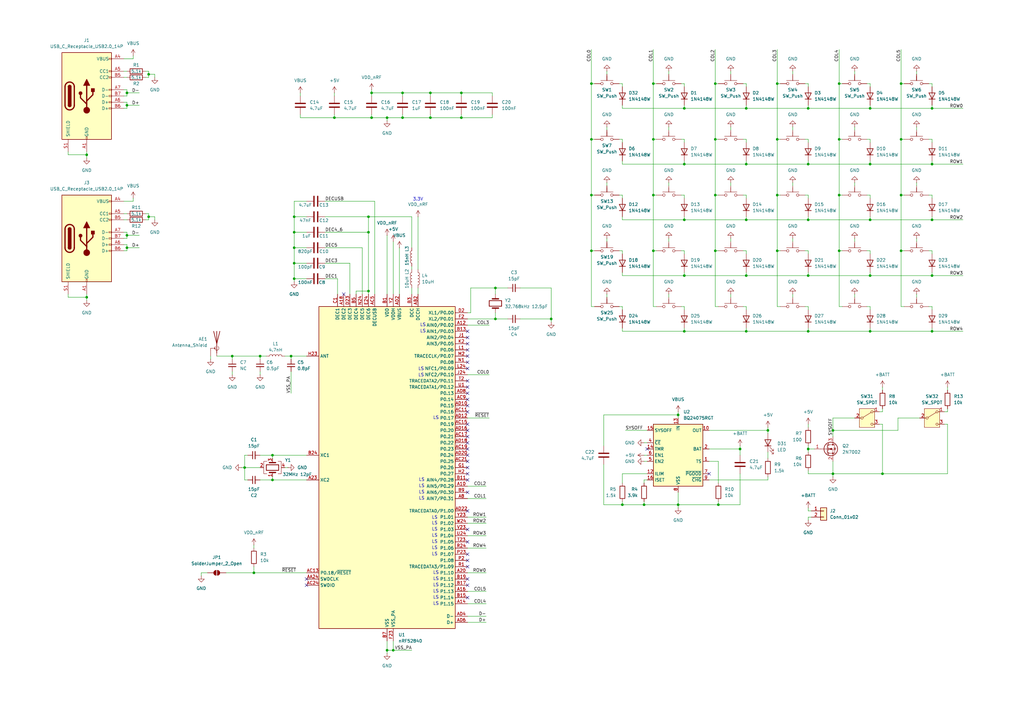
<source format=kicad_sch>
(kicad_sch (version 20250114) (generator "eeschema") (generator_version "9.0")
  (paper "A3")
  (text "LS" (at 172.974 204.47 0) (effects (font (size 1.27 1.27))))
  (text "LS" (at 178.308 214.63 0) (effects (font (size 1.27 1.27))))
  (text "LS" (at 173.482 133.35 0) (effects (font (size 1.27 1.27))))
  (text "LS" (at 178.816 247.65 0) (effects (font (size 1.27 1.27))))
  (text "LS" (at 172.974 199.39 0) (effects (font (size 1.27 1.27))))
  (text "LS" (at 178.816 245.11 0) (effects (font (size 1.27 1.27))))
  (text "LS" (at 178.308 219.71 0) (effects (font (size 1.27 1.27))))
  (text "LS" (at 172.72 151.384 0) (effects (font (size 1.27 1.27))))
  (text "LS" (at 172.974 201.93 0) (effects (font (size 1.27 1.27))))
  (text "LS" (at 173.482 135.89 0) (effects (font (size 1.27 1.27))))
  (text "LS" (at 172.72 153.924 0) (effects (font (size 1.27 1.27))))
  (text "LS" (at 178.816 242.57 0) (effects (font (size 1.27 1.27))))
  (text "LS" (at 178.308 224.79 0) (effects (font (size 1.27 1.27))))
  (text "3.3V" (at 171.45 81.788 0) (effects (font (size 1.27 1.27))))
  (text "LS" (at 178.308 227.33 0) (effects (font (size 1.27 1.27))))
  (text "LS" (at 178.816 237.49 0) (effects (font (size 1.27 1.27))))
  (text "LS" (at 172.974 196.85 0) (effects (font (size 1.27 1.27))))
  (text "LS" (at 178.816 171.45 0) (effects (font (size 1.27 1.27))))
  (text "LS" (at 178.816 234.95 0) (effects (font (size 1.27 1.27))))
  (text "LS" (at 178.816 240.03 0) (effects (font (size 1.27 1.27))))
  (text "LS" (at 178.308 217.17 0) (effects (font (size 1.27 1.27))))
  (text "LS" (at 178.308 222.25 0) (effects (font (size 1.27 1.27))))
  (text "LS" (at 178.308 212.344 0) (effects (font (size 1.27 1.27))))
  (junction (at 318.77 102.87))
  (junction (at 151.13 95.25))
  (junction (at 267.97 80.01))
  (junction (at 152.4 48.26))
  (junction (at 382.27 135.89))
  (junction (at 165.1 38.1))
  (junction (at 137.16 48.26))
  (junction (at 242.57 57.15))
  (junction (at 119.38 146.05))
  (junction (at 267.97 102.87))
  (junction (at 306.07 67.31))
  (junction (at 306.07 44.45))
  (junction (at 356.87 135.89))
  (junction (at 331.47 44.45))
  (junction (at 306.07 113.03))
  (junction (at 111.76 186.69))
  (junction (at 280.67 90.17))
  (junction (at 341.63 194.31))
  (junction (at 294.64 207.01))
  (junction (at 264.16 207.01))
  (junction (at 356.87 113.03))
  (junction (at 35.56 63.5))
  (junction (at 242.57 34.29))
  (junction (at 52.07 43.18))
  (junction (at 52.07 101.6))
  (junction (at 161.29 266.7))
  (junction (at 120.65 95.25))
  (junction (at 356.87 44.45))
  (junction (at 176.53 48.26))
  (junction (at 318.77 80.01))
  (junction (at 106.68 146.05))
  (junction (at 369.57 102.87))
  (junction (at 203.2 118.11))
  (junction (at 280.67 67.31))
  (junction (at 356.87 90.17))
  (junction (at 356.87 67.31))
  (junction (at 226.06 130.81))
  (junction (at 152.4 38.1))
  (junction (at 382.27 67.31))
  (junction (at 104.14 234.95))
  (junction (at 344.17 80.01))
  (junction (at 306.07 135.89))
  (junction (at 189.23 48.26))
  (junction (at 303.53 184.15))
  (junction (at 341.63 176.53))
  (junction (at 120.65 101.6))
  (junction (at 267.97 34.29))
  (junction (at 318.77 57.15))
  (junction (at 369.57 57.15))
  (junction (at 278.13 170.18))
  (junction (at 255.27 207.01))
  (junction (at 151.13 88.9))
  (junction (at 382.27 113.03))
  (junction (at 158.75 48.26))
  (junction (at 35.56 121.92))
  (junction (at 176.53 38.1))
  (junction (at 293.37 34.29))
  (junction (at 280.67 113.03))
  (junction (at 331.47 90.17))
  (junction (at 344.17 57.15))
  (junction (at 382.27 44.45))
  (junction (at 293.37 57.15))
  (junction (at 242.57 102.87))
  (junction (at 382.27 90.17))
  (junction (at 331.47 184.15))
  (junction (at 331.47 67.31))
  (junction (at 120.65 114.3))
  (junction (at 280.67 135.89))
  (junction (at 306.07 90.17))
  (junction (at 331.47 135.89))
  (junction (at 369.57 80.01))
  (junction (at 361.95 194.31))
  (junction (at 95.25 146.05))
  (junction (at 120.65 107.95))
  (junction (at 280.67 44.45))
  (junction (at 60.96 30.48))
  (junction (at 60.96 88.9))
  (junction (at 52.07 38.1))
  (junction (at 267.97 57.15))
  (junction (at 369.57 34.29))
  (junction (at 293.37 102.87))
  (junction (at 331.47 113.03))
  (junction (at 52.07 96.52))
  (junction (at 165.1 48.26))
  (junction (at 293.37 80.01))
  (junction (at 318.77 34.29))
  (junction (at 278.13 207.01))
  (junction (at 100.33 191.77))
  (junction (at 158.75 266.7))
  (junction (at 344.17 102.87))
  (junction (at 344.17 34.29))
  (junction (at 120.65 88.9))
  (junction (at 151.13 119.38))
  (junction (at 242.57 80.01))
  (junction (at 111.76 196.85))
  (junction (at 314.96 176.53))
  (junction (at 189.23 38.1))
  (junction (at 203.2 130.81))
  (no_connect (at 191.77 201.93))
  (no_connect (at 191.77 140.97))
  (no_connect (at 290.83 194.31))
  (no_connect (at 140.97 120.65))
  (no_connect (at 191.77 166.37))
  (no_connect (at 191.77 156.21))
  (no_connect (at 191.77 191.77))
  (no_connect (at 191.77 135.89))
  (no_connect (at 191.77 176.53))
  (no_connect (at 191.77 173.99))
  (no_connect (at 191.77 237.49))
  (no_connect (at 191.77 158.75))
  (no_connect (at 191.77 163.83))
  (no_connect (at 191.77 232.41))
  (no_connect (at 191.77 181.61))
  (no_connect (at 191.77 245.11))
  (no_connect (at 191.77 217.17))
  (no_connect (at 265.43 184.15))
  (no_connect (at 191.77 146.05))
  (no_connect (at 191.77 151.13))
  (no_connect (at 191.77 196.85))
  (no_connect (at 191.77 222.25))
  (no_connect (at 191.77 240.03))
  (no_connect (at 191.77 161.29))
  (no_connect (at 191.77 189.23))
  (no_connect (at 191.77 168.91))
  (no_connect (at 191.77 186.69))
  (no_connect (at 191.77 227.33))
  (no_connect (at 125.73 237.49))
  (no_connect (at 191.77 194.31))
  (no_connect (at 191.77 138.43))
  (no_connect (at 191.77 184.15))
  (no_connect (at 191.77 229.87))
  (no_connect (at 191.77 209.55))
  (no_connect (at 191.77 143.51))
  (no_connect (at 125.73 240.03))
  (no_connect (at 191.77 148.59))
  (no_connect (at 191.77 179.07))
  (wire (pts (xy 294.64 125.73) (xy 293.37 125.73)))
  (wire (pts (xy 50.8 100.33) (xy 52.07 100.33)))
  (wire (pts (xy 267.97 102.87) (xy 269.24 102.87)))
  (wire (pts (xy 280.67 57.15) (xy 279.4 57.15)))
  (wire (pts (xy 293.37 80.01) (xy 294.64 80.01)))
  (wire (pts (xy 120.65 114.3) (xy 120.65 115.57)))
  (wire (pts (xy 331.47 113.03) (xy 356.87 113.03)))
  (wire (pts (xy 280.67 113.03) (xy 306.07 113.03)))
  (wire (pts (xy 168.91 266.7) (xy 161.29 266.7)))
  (wire (pts (xy 264.16 189.23) (xy 265.43 189.23)))
  (wire (pts (xy 382.27 67.31) (xy 394.97 67.31)))
  (wire (pts (xy 318.77 80.01) (xy 318.77 102.87)))
  (wire (pts (xy 111.76 196.85) (xy 111.76 195.58)))
  (wire (pts (xy 152.4 48.26) (xy 137.16 48.26)))
  (wire (pts (xy 350.52 52.07) (xy 350.52 53.34)))
  (wire (pts (xy 331.47 104.14) (xy 331.47 102.87)))
  (wire (pts (xy 201.93 48.26) (xy 189.23 48.26)))
  (wire (pts (xy 151.13 95.25) (xy 151.13 119.38)))
  (wire (pts (xy 176.53 46.99) (xy 176.53 48.26)))
  (wire (pts (xy 255.27 207.01) (xy 264.16 207.01)))
  (wire (pts (xy 255.27 44.45) (xy 280.67 44.45)))
  (wire (pts (xy 248.92 120.65) (xy 248.92 121.92)))
  (wire (pts (xy 278.13 170.18) (xy 278.13 171.45)))
  (wire (pts (xy 369.57 34.29) (xy 369.57 57.15)))
  (wire (pts (xy 193.04 118.11) (xy 203.2 118.11)))
  (wire (pts (xy 120.65 107.95) (xy 120.65 114.3)))
  (wire (pts (xy 318.77 20.32) (xy 318.77 34.29)))
  (wire (pts (xy 350.52 74.93) (xy 350.52 76.2)))
  (wire (pts (xy 331.47 194.31) (xy 331.47 193.04)))
  (wire (pts (xy 344.17 102.87) (xy 344.17 125.73)))
  (wire (pts (xy 116.84 146.05) (xy 119.38 146.05)))
  (wire (pts (xy 100.33 191.77) (xy 106.68 191.77)))
  (wire (pts (xy 382.27 58.42) (xy 382.27 57.15)))
  (wire (pts (xy 344.17 34.29) (xy 344.17 57.15)))
  (wire (pts (xy 242.57 57.15) (xy 243.84 57.15)))
  (wire (pts (xy 191.77 224.79) (xy 199.39 224.79)))
  (wire (pts (xy 331.47 184.15) (xy 334.01 184.15)))
  (wire (pts (xy 133.35 107.95) (xy 143.51 107.95)))
  (wire (pts (xy 356.87 90.17) (xy 382.27 90.17)))
  (wire (pts (xy 331.47 35.56) (xy 331.47 34.29)))
  (wire (pts (xy 255.27 67.31) (xy 280.67 67.31)))
  (wire (pts (xy 299.72 120.65) (xy 299.72 121.92)))
  (wire (pts (xy 267.97 102.87) (xy 267.97 125.73)))
  (wire (pts (xy 255.27 80.01) (xy 254 80.01)))
  (wire (pts (xy 248.92 74.93) (xy 248.92 76.2)))
  (wire (pts (xy 267.97 57.15) (xy 267.97 80.01)))
  (wire (pts (xy 356.87 34.29) (xy 355.6 34.29)))
  (wire (pts (xy 280.67 67.31) (xy 280.67 66.04)))
  (wire (pts (xy 280.67 90.17) (xy 280.67 88.9)))
  (wire (pts (xy 274.32 74.93) (xy 274.32 76.2)))
  (wire (pts (xy 158.75 48.26) (xy 152.4 48.26)))
  (wire (pts (xy 306.07 67.31) (xy 306.07 66.04)))
  (wire (pts (xy 201.93 38.1) (xy 201.93 39.37)))
  (wire (pts (xy 35.56 121.92) (xy 35.56 123.19)))
  (wire (pts (xy 375.92 74.93) (xy 375.92 76.2)))
  (wire (pts (xy 104.14 223.52) (xy 104.14 224.79)))
  (wire (pts (xy 171.45 110.49) (xy 171.45 88.9)))
  (wire (pts (xy 344.17 102.87) (xy 345.44 102.87)))
  (wire (pts (xy 306.07 44.45) (xy 306.07 43.18)))
  (wire (pts (xy 52.07 101.6) (xy 52.07 102.87)))
  (wire (pts (xy 106.68 146.05) (xy 95.25 146.05)))
  (wire (pts (xy 176.53 48.26) (xy 165.1 48.26)))
  (wire (pts (xy 331.47 213.36) (xy 331.47 212.09)))
  (wire (pts (xy 203.2 130.81) (xy 208.28 130.81)))
  (wire (pts (xy 294.64 189.23) (xy 294.64 198.12)))
  (wire (pts (xy 255.27 127) (xy 255.27 125.73)))
  (wire (pts (xy 382.27 135.89) (xy 382.27 134.62)))
  (wire (pts (xy 331.47 135.89) (xy 331.47 134.62)))
  (wire (pts (xy 278.13 168.91) (xy 278.13 170.18)))
  (wire (pts (xy 331.47 67.31) (xy 331.47 66.04)))
  (wire (pts (xy 168.91 88.9) (xy 151.13 88.9)))
  (wire (pts (xy 375.92 52.07) (xy 375.92 53.34)))
  (wire (pts (xy 344.17 57.15) (xy 345.44 57.15)))
  (wire (pts (xy 293.37 20.32) (xy 293.37 34.29)))
  (wire (pts (xy 306.07 104.14) (xy 306.07 102.87)))
  (wire (pts (xy 280.67 80.01) (xy 279.4 80.01)))
  (wire (pts (xy 356.87 90.17) (xy 356.87 88.9)))
  (wire (pts (xy 191.77 247.65) (xy 199.39 247.65)))
  (wire (pts (xy 356.87 35.56) (xy 356.87 34.29)))
  (wire (pts (xy 314.96 185.42) (xy 314.96 187.96)))
  (wire (pts (xy 356.87 104.14) (xy 356.87 102.87)))
  (wire (pts (xy 60.96 29.21) (xy 60.96 30.48)))
  (wire (pts (xy 50.8 39.37) (xy 52.07 39.37)))
  (wire (pts (xy 255.27 35.56) (xy 255.27 34.29)))
  (wire (pts (xy 99.06 191.77) (xy 100.33 191.77)))
  (wire (pts (xy 82.55 234.95) (xy 85.09 234.95)))
  (wire (pts (xy 255.27 34.29) (xy 254 34.29)))
  (wire (pts (xy 125.73 146.05) (xy 119.38 146.05)))
  (wire (pts (xy 191.77 128.27) (xy 193.04 128.27)))
  (wire (pts (xy 293.37 57.15) (xy 293.37 80.01)))
  (wire (pts (xy 35.56 120.65) (xy 35.56 121.92)))
  (wire (pts (xy 153.67 82.55) (xy 153.67 120.65)))
  (wire (pts (xy 191.77 153.67) (xy 200.66 153.67)))
  (wire (pts (xy 60.96 31.75) (xy 59.69 31.75)))
  (wire (pts (xy 52.07 44.45) (xy 50.8 44.45)))
  (wire (pts (xy 382.27 44.45) (xy 394.97 44.45)))
  (wire (pts (xy 293.37 80.01) (xy 293.37 102.87)))
  (wire (pts (xy 52.07 38.1) (xy 52.07 36.83)))
  (wire (pts (xy 290.83 189.23) (xy 294.64 189.23)))
  (wire (pts (xy 165.1 46.99) (xy 165.1 48.26)))
  (wire (pts (xy 293.37 34.29) (xy 293.37 57.15)))
  (wire (pts (xy 95.25 146.05) (xy 95.25 147.32)))
  (wire (pts (xy 191.77 204.47) (xy 199.39 204.47)))
  (wire (pts (xy 168.91 109.22) (xy 168.91 110.49)))
  (wire (pts (xy 63.5 90.17) (xy 63.5 88.9)))
  (wire (pts (xy 165.1 48.26) (xy 158.75 48.26)))
  (wire (pts (xy 280.67 113.03) (xy 280.67 111.76)))
  (wire (pts (xy 264.16 205.74) (xy 264.16 207.01)))
  (wire (pts (xy 318.77 102.87) (xy 318.77 125.73)))
  (wire (pts (xy 104.14 234.95) (xy 125.73 234.95)))
  (wire (pts (xy 314.96 176.53) (xy 314.96 177.8)))
  (wire (pts (xy 361.95 194.31) (xy 341.63 194.31)))
  (wire (pts (xy 388.62 158.75) (xy 388.62 160.02)))
  (wire (pts (xy 356.87 57.15) (xy 355.6 57.15)))
  (wire (pts (xy 92.71 234.95) (xy 104.14 234.95)))
  (wire (pts (xy 369.57 102.87) (xy 369.57 125.73)))
  (wire (pts (xy 356.87 135.89) (xy 382.27 135.89)))
  (wire (pts (xy 331.47 58.42) (xy 331.47 57.15)))
  (wire (pts (xy 133.35 88.9) (xy 151.13 88.9)))
  (wire (pts (xy 35.56 62.23) (xy 35.56 63.5)))
  (wire (pts (xy 306.07 135.89) (xy 306.07 134.62)))
  (wire (pts (xy 361.95 168.91) (xy 360.68 168.91)))
  (wire (pts (xy 280.67 127) (xy 280.67 125.73)))
  (wire (pts (xy 35.56 121.92) (xy 27.94 121.92)))
  (wire (pts (xy 306.07 57.15) (xy 304.8 57.15)))
  (wire (pts (xy 191.77 242.57) (xy 199.39 242.57)))
  (wire (pts (xy 368.3 171.45) (xy 377.19 171.45)))
  (wire (pts (xy 52.07 100.33) (xy 52.07 101.6)))
  (wire (pts (xy 191.77 171.45) (xy 200.66 171.45)))
  (wire (pts (xy 344.17 34.29) (xy 345.44 34.29)))
  (wire (pts (xy 350.52 29.21) (xy 350.52 30.48)))
  (wire (pts (xy 226.06 130.81) (xy 226.06 132.08)))
  (wire (pts (xy 63.5 31.75) (xy 63.5 30.48)))
  (wire (pts (xy 191.77 234.95) (xy 199.39 234.95)))
  (wire (pts (xy 146.05 119.38) (xy 146.05 120.65)))
  (wire (pts (xy 345.44 125.73) (xy 344.17 125.73)))
  (wire (pts (xy 264.16 196.85) (xy 264.16 198.12)))
  (wire (pts (xy 133.35 114.3) (xy 138.43 114.3)))
  (wire (pts (xy 243.84 125.73) (xy 242.57 125.73)))
  (wire (pts (xy 369.57 57.15) (xy 369.57 80.01)))
  (wire (pts (xy 50.8 31.75) (xy 52.07 31.75)))
  (wire (pts (xy 267.97 80.01) (xy 267.97 102.87)))
  (wire (pts (xy 191.77 255.27) (xy 199.39 255.27)))
  (wire (pts (xy 306.07 90.17) (xy 306.07 88.9)))
  (wire (pts (xy 318.77 34.29) (xy 320.04 34.29)))
  (wire (pts (xy 382.27 57.15) (xy 381 57.15)))
  (wire (pts (xy 278.13 170.18) (xy 247.65 170.18)))
  (wire (pts (xy 274.32 120.65) (xy 274.32 121.92)))
  (wire (pts (xy 148.59 101.6) (xy 148.59 120.65)))
  (wire (pts (xy 158.75 48.26) (xy 158.75 49.53)))
  (wire (pts (xy 133.35 95.25) (xy 151.13 95.25)))
  (wire (pts (xy 120.65 114.3) (xy 125.73 114.3)))
  (wire (pts (xy 325.12 29.21) (xy 325.12 30.48)))
  (wire (pts (xy 27.94 121.92) (xy 27.94 120.65)))
  (wire (pts (xy 331.47 44.45) (xy 331.47 43.18)))
  (wire (pts (xy 106.68 196.85) (xy 111.76 196.85)))
  (wire (pts (xy 137.16 48.26) (xy 137.16 46.99)))
  (wire (pts (xy 356.87 58.42) (xy 356.87 57.15)))
  (wire (pts (xy 168.91 118.11) (xy 168.91 120.65)))
  (wire (pts (xy 280.67 44.45) (xy 280.67 43.18)))
  (wire (pts (xy 356.87 67.31) (xy 382.27 67.31)))
  (wire (pts (xy 255.27 207.01) (xy 255.27 205.74)))
  (wire (pts (xy 344.17 20.32) (xy 344.17 34.29)))
  (wire (pts (xy 341.63 171.45) (xy 350.52 171.45)))
  (wire (pts (xy 52.07 41.91) (xy 52.07 43.18)))
  (wire (pts (xy 158.75 262.89) (xy 158.75 266.7)))
  (wire (pts (xy 255.27 134.62) (xy 255.27 135.89)))
  (wire (pts (xy 314.96 176.53) (xy 290.83 176.53)))
  (wire (pts (xy 201.93 46.99) (xy 201.93 48.26)))
  (wire (pts (xy 331.47 173.99) (xy 331.47 175.26)))
  (wire (pts (xy 158.75 266.7) (xy 161.29 266.7)))
  (wire (pts (xy 369.57 80.01) (xy 370.84 80.01)))
  (wire (pts (xy 382.27 90.17) (xy 394.97 90.17)))
  (wire (pts (xy 242.57 80.01) (xy 243.84 80.01)))
  (wire (pts (xy 52.07 102.87) (xy 50.8 102.87)))
  (wire (pts (xy 158.75 96.52) (xy 158.75 120.65)))
  (wire (pts (xy 356.87 135.89) (xy 356.87 134.62)))
  (wire (pts (xy 264.16 181.61) (xy 265.43 181.61)))
  (wire (pts (xy 203.2 118.11) (xy 203.2 120.65)))
  (wire (pts (xy 191.77 219.71) (xy 199.39 219.71)))
  (wire (pts (xy 151.13 119.38) (xy 146.05 119.38)))
  (wire (pts (xy 60.96 30.48) (xy 63.5 30.48)))
  (wire (pts (xy 325.12 97.79) (xy 325.12 99.06)))
  (wire (pts (xy 314.96 196.85) (xy 290.83 196.85)))
  (wire (pts (xy 278.13 201.93) (xy 278.13 207.01)))
  (wire (pts (xy 331.47 209.55) (xy 331.47 208.28)))
  (wire (pts (xy 106.68 186.69) (xy 111.76 186.69)))
  (wire (pts (xy 255.27 198.12) (xy 255.27 194.31)))
  (wire (pts (xy 255.27 111.76) (xy 255.27 113.03)))
  (wire (pts (xy 356.87 44.45) (xy 356.87 43.18)))
  (wire (pts (xy 318.77 57.15) (xy 320.04 57.15)))
  (wire (pts (xy 52.07 101.6) (xy 57.15 101.6)))
  (wire (pts (xy 280.67 102.87) (xy 279.4 102.87)))
  (wire (pts (xy 125.73 88.9) (xy 120.65 88.9)))
  (wire (pts (xy 350.52 97.79) (xy 350.52 99.06)))
  (wire (pts (xy 264.16 186.69) (xy 265.43 186.69)))
  (wire (pts (xy 382.27 113.03) (xy 382.27 111.76)))
  (wire (pts (xy 213.36 130.81) (xy 226.06 130.81)))
  (wire (pts (xy 382.27 44.45) (xy 382.27 43.18)))
  (wire (pts (xy 375.92 120.65) (xy 375.92 121.92)))
  (wire (pts (xy 331.47 102.87) (xy 330.2 102.87)))
  (wire (pts (xy 344.17 80.01) (xy 345.44 80.01)))
  (wire (pts (xy 247.65 170.18) (xy 247.65 182.88)))
  (wire (pts (xy 255.27 194.31) (xy 265.43 194.31)))
  (wire (pts (xy 318.77 57.15) (xy 318.77 80.01)))
  (wire (pts (xy 341.63 194.31) (xy 341.63 195.58)))
  (wire (pts (xy 57.15 96.52) (xy 52.07 96.52)))
  (wire (pts (xy 361.95 173.99) (xy 360.68 173.99)))
  (wire (pts (xy 369.57 34.29) (xy 370.84 34.29)))
  (wire (pts (xy 356.87 127) (xy 356.87 125.73)))
  (wire (pts (xy 306.07 67.31) (xy 331.47 67.31)))
  (wire (pts (xy 356.87 125.73) (xy 355.6 125.73)))
  (wire (pts (xy 280.67 67.31) (xy 306.07 67.31)))
  (wire (pts (xy 137.16 38.1) (xy 137.16 39.37)))
  (wire (pts (xy 123.19 38.1) (xy 123.19 39.37)))
  (wire (pts (xy 193.04 128.27) (xy 193.04 118.11)))
  (wire (pts (xy 27.94 63.5) (xy 27.94 62.23)))
  (wire (pts (xy 280.67 135.89) (xy 306.07 135.89)))
  (wire (pts (xy 100.33 186.69) (xy 100.33 191.77)))
  (wire (pts (xy 356.87 81.28) (xy 356.87 80.01)))
  (wire (pts (xy 59.69 87.63) (xy 60.96 87.63)))
  (wire (pts (xy 213.36 118.11) (xy 226.06 118.11)))
  (wire (pts (xy 143.51 107.95) (xy 143.51 120.65)))
  (wire (pts (xy 267.97 57.15) (xy 269.24 57.15)))
  (wire (pts (xy 111.76 186.69) (xy 125.73 186.69)))
  (wire (pts (xy 293.37 102.87) (xy 294.64 102.87)))
  (wire (pts (xy 95.25 152.4) (xy 95.25 153.67)))
  (wire (pts (xy 226.06 118.11) (xy 226.06 130.81)))
  (wire (pts (xy 356.87 80.01) (xy 355.6 80.01)))
  (wire (pts (xy 294.64 207.01) (xy 294.64 205.74)))
  (wire (pts (xy 138.43 114.3) (xy 138.43 120.65)))
  (wire (pts (xy 274.32 52.07) (xy 274.32 53.34)))
  (wire (pts (xy 382.27 125.73) (xy 381 125.73)))
  (wire (pts (xy 375.92 97.79) (xy 375.92 99.06)))
  (wire (pts (xy 303.53 182.88) (xy 303.53 184.15)))
  (wire (pts (xy 356.87 44.45) (xy 382.27 44.45)))
  (wire (pts (xy 344.17 80.01) (xy 344.17 102.87)))
  (wire (pts (xy 331.47 34.29) (xy 330.2 34.29)))
  (wire (pts (xy 306.07 35.56) (xy 306.07 34.29)))
  (wire (pts (xy 382.27 113.03) (xy 394.97 113.03)))
  (wire (pts (xy 151.13 88.9) (xy 151.13 95.25)))
  (wire (pts (xy 152.4 38.1) (xy 152.4 39.37)))
  (wire (pts (xy 189.23 46.99) (xy 189.23 48.26)))
  (wire (pts (xy 151.13 120.65) (xy 151.13 119.38)))
  (wire (pts (xy 119.38 146.05) (xy 119.38 147.32)))
  (wire (pts (xy 325.12 52.07) (xy 325.12 53.34)))
  (wire (pts (xy 54.61 24.13) (xy 50.8 24.13)))
  (wire (pts (xy 52.07 43.18) (xy 57.15 43.18)))
  (wire (pts (xy 306.07 58.42) (xy 306.07 57.15)))
  (wire (pts (xy 278.13 207.01) (xy 294.64 207.01)))
  (wire (pts (xy 189.23 38.1) (xy 189.23 39.37)))
  (wire (pts (xy 293.37 102.87) (xy 293.37 125.73)))
  (wire (pts (xy 52.07 97.79) (xy 52.07 96.52)))
  (wire (pts (xy 306.07 113.03) (xy 306.07 111.76)))
  (wire (pts (xy 35.56 63.5) (xy 35.56 64.77)))
  (wire (pts (xy 120.65 101.6) (xy 120.65 107.95)))
  (wire (pts (xy 191.77 212.09) (xy 199.39 212.09)))
  (wire (pts (xy 280.67 90.17) (xy 306.07 90.17)))
  (wire (pts (xy 60.96 90.17) (xy 59.69 90.17)))
  (wire (pts (xy 242.57 20.32) (xy 242.57 34.29)))
  (wire (pts (xy 203.2 130.81) (xy 203.2 128.27)))
  (wire (pts (xy 314.96 195.58) (xy 314.96 196.85)))
  (wire (pts (xy 242.57 102.87) (xy 243.84 102.87)))
  (wire (pts (xy 318.77 102.87) (xy 320.04 102.87)))
  (wire (pts (xy 191.77 252.73) (xy 199.39 252.73)))
  (wire (pts (xy 382.27 80.01) (xy 381 80.01)))
  (wire (pts (xy 255.27 43.18) (xy 255.27 44.45)))
  (wire (pts (xy 280.67 81.28) (xy 280.67 80.01)))
  (wire (pts (xy 306.07 135.89) (xy 331.47 135.89)))
  (wire (pts (xy 60.96 88.9) (xy 63.5 88.9)))
  (wire (pts (xy 265.43 196.85) (xy 264.16 196.85)))
  (wire (pts (xy 59.69 29.21) (xy 60.96 29.21)))
  (wire (pts (xy 86.36 146.05) (xy 86.36 147.32)))
  (wire (pts (xy 101.6 196.85) (xy 100.33 196.85)))
  (wire (pts (xy 356.87 67.31) (xy 356.87 66.04)))
  (wire (pts (xy 248.92 29.21) (xy 248.92 30.48)))
  (wire (pts (xy 54.61 22.86) (xy 54.61 24.13)))
  (wire (pts (xy 119.38 152.4) (xy 119.38 161.29)))
  (wire (pts (xy 388.62 168.91) (xy 387.35 168.91)))
  (wire (pts (xy 137.16 48.26) (xy 123.19 48.26)))
  (wire (pts (xy 280.67 125.73) (xy 279.4 125.73)))
  (wire (pts (xy 125.73 196.85) (xy 111.76 196.85)))
  (wire (pts (xy 293.37 34.29) (xy 294.64 34.29)))
  (wire (pts (xy 325.12 74.93) (xy 325.12 76.2)))
  (wire (pts (xy 280.67 104.14) (xy 280.67 102.87)))
  (wire (pts (xy 52.07 43.18) (xy 52.07 44.45)))
  (wire (pts (xy 382.27 135.89) (xy 394.97 135.89)))
  (wire (pts (xy 52.07 96.52) (xy 52.07 95.25)))
  (wire (pts (xy 274.32 97.79) (xy 274.32 99.06)))
  (wire (pts (xy 341.63 189.23) (xy 341.63 194.31)))
  (wire (pts (xy 111.76 187.96) (xy 111.76 186.69)))
  (wire (pts (xy 242.57 57.15) (xy 242.57 80.01)))
  (wire (pts (xy 331.47 185.42) (xy 331.47 184.15)))
  (wire (pts (xy 50.8 97.79) (xy 52.07 97.79)))
  (wire (pts (xy 331.47 80.01) (xy 330.2 80.01)))
  (wire (pts (xy 242.57 34.29) (xy 243.84 34.29)))
  (wire (pts (xy 120.65 82.55) (xy 120.65 88.9)))
  (wire (pts (xy 290.83 184.15) (xy 303.53 184.15)))
  (wire (pts (xy 278.13 207.01) (xy 278.13 208.28)))
  (wire (pts (xy 109.22 146.05) (xy 106.68 146.05)))
  (wire (pts (xy 293.37 57.15) (xy 294.64 57.15)))
  (wire (pts (xy 280.67 58.42) (xy 280.67 57.15)))
  (wire (pts (xy 125.73 82.55) (xy 120.65 82.55)))
  (wire (pts (xy 242.57 102.87) (xy 242.57 125.73)))
  (wire (pts (xy 50.8 90.17) (xy 52.07 90.17)))
  (wire (pts (xy 388.62 173.99) (xy 388.62 194.31)))
  (wire (pts (xy 120.65 95.25) (xy 120.65 101.6)))
  (wire (pts (xy 341.63 176.53) (xy 341.63 171.45)))
  (wire (pts (xy 255.27 88.9) (xy 255.27 90.17)))
  (wire (pts (xy 280.67 35.56) (xy 280.67 34.29)))
  (wire (pts (xy 52.07 39.37) (xy 52.07 38.1)))
  (wire (pts (xy 375.92 29.21) (xy 375.92 30.48)))
  (wire (pts (xy 267.97 20.32) (xy 267.97 34.29)))
  (wire (pts (xy 388.62 167.64) (xy 388.62 168.91)))
  (wire (pts (xy 255.27 66.04) (xy 255.27 67.31)))
  (wire (pts (xy 344.17 57.15) (xy 344.17 80.01)))
  (wire (pts (xy 165.1 38.1) (xy 176.53 38.1)))
  (wire (pts (xy 341.63 179.07) (xy 341.63 176.53)))
  (wire (pts (xy 306.07 113.03) (xy 331.47 113.03)))
  (wire (pts (xy 120.65 101.6) (xy 125.73 101.6)))
  (wire (pts (xy 161.29 99.06) (xy 161.29 120.65)))
  (wire (pts (xy 161.29 262.89) (xy 161.29 266.7)))
  (wire (pts (xy 299.72 74.93) (xy 299.72 76.2)))
  (wire (pts (xy 370.84 125.73) (xy 369.57 125.73)))
  (wire (pts (xy 120.65 95.25) (xy 125.73 95.25)))
  (wire (pts (xy 382.27 81.28) (xy 382.27 80.01)))
  (wire (pts (xy 331.47 182.88) (xy 331.47 184.15)))
  (wire (pts (xy 331.47 125.73) (xy 330.2 125.73)))
  (wire (pts (xy 331.47 113.03) (xy 331.47 111.76)))
  (wire (pts (xy 50.8 87.63) (xy 52.07 87.63)))
  (wire (pts (xy 299.72 52.07) (xy 299.72 53.34)))
  (wire (pts (xy 191.77 133.35) (xy 200.66 133.35)))
  (wire (pts (xy 255.27 125.73) (xy 254 125.73)))
  (wire (pts (xy 331.47 81.28) (xy 331.47 80.01)))
  (wire (pts (xy 318.77 80.01) (xy 320.04 80.01)))
  (wire (pts (xy 382.27 35.56) (xy 382.27 34.29)))
  (wire (pts (xy 242.57 34.29) (xy 242.57 57.15)))
  (wire (pts (xy 306.07 81.28) (xy 306.07 80.01)))
  (wire (pts (xy 299.72 29.21) (xy 299.72 30.48)))
  (wire (pts (xy 280.67 34.29) (xy 279.4 34.29)))
  (wire (pts (xy 116.84 191.77) (xy 118.11 191.77)))
  (wire (pts (xy 303.53 184.15) (xy 303.53 186.69)))
  (wire (pts (xy 255.27 58.42) (xy 255.27 57.15)))
  (wire (pts (xy 331.47 90.17) (xy 356.87 90.17)))
  (wire (pts (xy 331.47 127) (xy 331.47 125.73)))
  (wire (pts (xy 35.56 63.5) (xy 27.94 63.5)))
  (wire (pts (xy 341.63 176.53) (xy 368.3 176.53)))
  (wire (pts (xy 54.61 82.55) (xy 50.8 82.55)))
  (wire (pts (xy 255.27 104.14) (xy 255.27 102.87)))
  (wire (pts (xy 248.92 52.07) (xy 248.92 53.34)))
  (wire (pts (xy 106.68 146.05) (xy 106.68 147.32)))
  (wire (pts (xy 356.87 102.87) (xy 355.6 102.87)))
  (wire (pts (xy 356.87 113.03) (xy 356.87 111.76)))
  (wire (pts (xy 356.87 113.03) (xy 382.27 113.03)))
  (wire (pts (xy 171.45 118.11) (xy 171.45 120.65)))
  (wire (pts (xy 331.47 67.31) (xy 356.87 67.31)))
  (wire (pts (xy 189.23 48.26) (xy 176.53 48.26)))
  (wire (pts (xy 369.57 102.87) (xy 370.84 102.87)))
  (wire (pts (xy 264.16 207.01) (xy 278.13 207.01)))
  (wire (pts (xy 50.8 41.91) (xy 52.07 41.91)))
  (wire (pts (xy 267.97 34.29) (xy 267.97 57.15)))
  (wire (pts (xy 120.65 107.95) (xy 125.73 107.95)))
  (wire (pts (xy 369.57 20.32) (xy 369.57 34.29)))
  (wire (pts (xy 52.07 95.25) (xy 50.8 95.25)))
  (wire (pts (xy 382.27 90.17) (xy 382.27 88.9)))
  (wire (pts (xy 382.27 104.14) (xy 382.27 102.87)))
  (wire (pts (xy 350.52 120.65) (xy 350.52 121.92)))
  (wire (pts (xy 255.27 113.03) (xy 280.67 113.03)))
  (wire (pts (xy 255.27 57.15) (xy 254 57.15)))
  (wire (pts (xy 382.27 102.87) (xy 381 102.87)))
  (wire (pts (xy 280.67 44.45) (xy 306.07 44.45)))
  (wire (pts (xy 314.96 175.26) (xy 314.96 176.53)))
  (wire (pts (xy 168.91 101.6) (xy 168.91 88.9)))
  (wire (pts (xy 361.95 158.75) (xy 361.95 160.02)))
  (wire (pts (xy 331.47 44.45) (xy 356.87 44.45)))
  (wire (pts (xy 331.47 212.09) (xy 332.74 212.09)))
  (wire (pts (xy 369.57 80.01) (xy 369.57 102.87)))
  (wire (pts (xy 306.07 44.45) (xy 331.47 44.45)))
  (wire (pts (xy 100.33 196.85) (xy 100.33 191.77)))
  (wire (pts (xy 133.35 101.6) (xy 148.59 101.6)))
  (wire (pts (xy 247.65 207.01) (xy 255.27 207.01)))
  (wire (pts (xy 299.72 97.79) (xy 299.72 99.06)))
  (wire (pts (xy 101.6 186.69) (xy 100.33 186.69)))
  (wire (pts (xy 306.07 90.17) (xy 331.47 90.17)))
  (wire (pts (xy 332.74 209.55) (xy 331.47 209.55)))
  (wire (pts (xy 280.67 135.89) (xy 280.67 134.62)))
  (wire (pts (xy 203.2 118.11) (xy 208.28 118.11)))
  (wire (pts (xy 306.07 80.01) (xy 304.8 80.01)))
  (wire (pts (xy 165.1 38.1) (xy 165.1 39.37)))
  (wire (pts (xy 382.27 34.29) (xy 381 34.29)))
  (wire (pts (xy 189.23 38.1) (xy 201.93 38.1)))
  (wire (pts (xy 306.07 102.87) (xy 304.8 102.87)))
  (wire (pts (xy 191.77 214.63) (xy 199.39 214.63)))
  (wire (pts (xy 369.57 57.15) (xy 370.84 57.15)))
  (wire (pts (xy 176.53 38.1) (xy 189.23 38.1)))
  (wire (pts (xy 191.77 199.39) (xy 199.39 199.39)))
  (wire (pts (xy 133.35 82.55) (xy 153.67 82.55)))
  (wire (pts (xy 331.47 135.89) (xy 356.87 135.89)))
  (wire (pts (xy 60.96 30.48) (xy 60.96 31.75)))
  (wire (pts (xy 52.07 36.83) (xy 50.8 36.83)))
  (wire (pts (xy 191.77 130.81) (xy 203.2 130.81)))
  (wire (pts (xy 274.32 29.21) (xy 274.32 30.48)))
  (wire (pts (xy 306.07 127) (xy 306.07 125.73)))
  (wire (pts (xy 152.4 36.83) (xy 152.4 38.1)))
  (wire (pts (xy 303.53 207.01) (xy 294.64 207.01)))
  (wire (pts (xy 318.77 34.29) (xy 318.77 57.15)))
  (wire (pts (xy 382.27 67.31) (xy 382.27 66.04)))
  (wire (pts (xy 320.04 125.73) (xy 318.77 125.73)))
  (wire (pts (xy 123.19 48.26) (xy 123.19 46.99)))
  (wire (pts (xy 267.97 34.29) (xy 269.24 34.29)))
  (wire (pts (xy 325.12 120.65) (xy 325.12 121.92)))
  (wire (pts (xy 306.07 125.73) (xy 304.8 125.73)))
  (wire (pts (xy 361.95 167.64) (xy 361.95 168.91)))
  (wire (pts (xy 368.3 171.45) (xy 368.3 176.53)))
  (wire (pts (xy 255.27 90.17) (xy 280.67 90.17)))
  (wire (pts (xy 247.65 190.5) (xy 247.65 207.01)))
  (wire (pts (xy 331.47 57.15) (xy 330.2 57.15)))
  (wire (pts (xy 303.53 194.31) (xy 303.53 207.01)))
  (wire (pts (xy 57.15 38.1) (xy 52.07 38.1)))
  (wire (pts (xy 50.8 29.21) (xy 52.07 29.21)))
  (wire (pts (xy 256.54 176.53) (xy 265.43 176.53)))
  (wire (pts (xy 255.27 81.28) (xy 255.27 80.01)))
  (wire (pts (xy 388.62 173.99) (xy 387.35 173.99)))
  (wire (pts (xy 163.83 101.6) (xy 163.83 120.65)))
  (wire (pts (xy 361.95 173.99) (xy 361.95 194.31)))
  (wire (pts (xy 120.65 88.9) (xy 120.65 95.25)))
  (wire (pts (xy 176.53 38.1) (xy 176.53 39.37)))
  (wire (pts (xy 361.95 194.31) (xy 388.62 194.31)))
  (wire (pts (xy 242.57 80.01) (xy 242.57 102.87)))
  (wire (pts (xy 152.4 38.1) (xy 165.1 38.1)))
  (wire (pts (xy 255.27 135.89) (xy 280.67 135.89)))
  (wire (pts (xy 269.24 125.73) (xy 267.97 125.73)))
  (wire (pts (xy 331.47 90.17) (xy 331.47 88.9)))
  (wire (pts (xy 88.9 146.05) (xy 95.25 146.05)))
  (wire (pts (xy 306.07 34.29) (xy 304.8 34.29)))
  (wire (pts (xy 60.96 88.9) (xy 60.96 90.17)))
  (wire (pts (xy 255.27 102.87) (xy 254 102.87)))
  (wire (pts (xy 382.27 127) (xy 382.27 125.73)))
  (wire (pts (xy 106.68 152.4) (xy 106.68 153.67)))
  (wire (pts (xy 152.4 48.26) (xy 152.4 46.99)))
  (wire (pts (xy 248.92 97.79) (xy 248.92 99.06)))
  (wire (pts (xy 82.55 236.22) (xy 82.55 234.95)))
  (wire (pts (xy 104.14 232.41) (xy 104.14 234.95)))
  (wire (pts (xy 60.96 87.63) (xy 60.96 88.9)))
  (wire (pts (xy 341.63 194.31) (xy 331.47 194.31)))
  (wire (pts (xy 267.97 80.01) (xy 269.24 80.01)))
  (wire (pts (xy 54.61 81.28) (xy 54.61 82.55)))
  (wire (pts (xy 158.75 267.97) (xy 158.75 266.7)))
  (label "COL5" (at 369.57 20.32 270))
  (label "COL3" (at 200.66 133.35 180))
  (label "SYSOFF" (at 256.54 176.53 0))
  (label "COL0" (at 242.57 20.32 270))
  (label "VSS_PA" (at 168.91 266.7 180))
  (label "SYSOFF" (at 341.63 171.45 270))
  (label "ROW0" (at 394.97 44.45 180))
  (label "ROW4" (at 199.39 224.79 180))
  (label "COL1" (at 199.39 204.47 180))
  (label "ROW3" (at 394.97 113.03 180))
  (label "DEC5" (at 133.35 101.6 0))
  (label "COL2" (at 293.37 20.32 270))
  (label "COL0" (at 200.66 153.67 180))
  (label "ROW2" (at 199.39 214.63 180))
  (label "D+" (at 57.15 101.6 180))
  (label "D-" (at 199.39 252.73 180))
  (label "DEC4_6" (at 133.35 95.25 0))
  (label "D-" (at 57.15 38.1 180))
  (label "ROW1" (at 199.39 212.09 180))
  (label "~{RESET}" (at 115.57 234.95 0))
  (label "VSS_PA" (at 119.38 161.29 90))
  (label "COL4" (at 344.17 20.32 270))
  (label "~{RESET}" (at 200.66 171.45 180))
  (label "ROW0" (at 199.39 234.95 180))
  (label "DECUSB" (at 133.35 82.55 0))
  (label "D-" (at 57.15 96.52 180))
  (label "ROW1" (at 394.97 67.31 180))
  (label "DEC1" (at 133.35 114.3 0))
  (label "D+" (at 199.39 255.27 180))
  (label "ROW4" (at 394.97 135.89 180))
  (label "DEC3" (at 133.35 107.95 0))
  (label "COL3" (at 318.77 20.32 270))
  (label "COL1" (at 267.97 20.32 270))
  (label "ROW3" (at 199.39 219.71 180))
  (label "COL4" (at 199.39 247.65 180))
  (label "COL2" (at 199.39 199.39 180))
  (label "COL5" (at 199.39 242.57 180))
  (label "D+" (at 57.15 43.18 180))
  (label "ROW2" (at 394.97 90.17 180))
  (symbol (lib_id "ultraflat-lib:SW_Push_MP") (at 299.72 125.73 0) (unit 1)
    (property "Reference" "SW27" (effects (hide yes)))
    (property "Value" "SW_Push" (effects (hide yes)))
    (property "Footprint" "PCM_marbastlib-xp-choc:SW_PG1316S" (effects (hide yes)))
    (property "Description" "Push button switch, generic, two pins, with mounting point" (effects (hide yes)))
  )
  (symbol (lib_id "Diode:1N4148W") (at 306.07 107.95 90) (unit 1)
    (property "Reference" "D20" (at 308.61 106.6799 90) (effects (justify right)))
    (property "Value" "1N4148W" (at 308.61 109.2199 90) (effects (justify right)))
    (property "Footprint" "Diode_SMD:D_SOD-123" (effects (hide yes)))
    (property "Datasheet" "https://www.vishay.com/docs/85748/1n4148w.pdf" (effects (hide yes)))
    (property "Description" "75V 0.15A Fast Switching Diode, SOD-123" (effects (hide yes)))
    (property "Sim.Device" "D" (effects (hide yes)))
    (property "Sim.Pins" "1=K 2=A" (effects (hide yes)))
  )
  (symbol (lib_id "Transistor_FET:2N7002") (at 339.09 184.15 0) (unit 1)
    (property "Reference" "Q2" (at 345.44 182.8799 0) (effects (justify left)))
    (property "Value" "2N7002" (at 345.44 185.4199 0) (effects (justify left)))
    (property "Footprint" "Package_TO_SOT_SMD:SOT-23" (effects (hide yes)))
    (property "Datasheet" "https://www.onsemi.com/pub/Collateral/NDS7002A-D.PDF" (effects (hide yes)))
    (property "Description" "0.115A Id, 60V Vds, N-Channel MOSFET, SOT-23" (effects (hide yes)))
  )
  (symbol (lib_id "power:+5V") (at 314.96 175.26 0) (unit 1)
    (property "Reference" "#PWR052" (effects (hide yes)))
    (property "Value" "+5V" (at 314.96 170.18 0))
    (property "Description" "Power symbol creates a global label with name \"+5V\"" (effects (hide yes)))
  )
  (symbol (lib_id "power:GND") (at 325.12 97.79 180) (unit 1)
    (property "Reference" "#PWR041" (effects (hide yes)))
    (property "Value" "GND" (at 325.12 92.71 0))
    (property "Description" "Power symbol creates a global label with name \"GND\" , ground" (effects (hide yes)))
  )
  (symbol (lib_id "Device:C_Small") (at 106.68 149.86 0) (unit 1)
    (property "Reference" "C6" (at 109.22 148.5962 0) (effects (justify left)))
    (property "Value" "0.5pF" (at 109.22 151.1362 0) (effects (justify left)))
    (property "Footprint" "Capacitor_SMD:C_0402_1005Metric" (effects (hide yes)))
    (property "Description" "Unpolarized capacitor, small symbol" (effects (hide yes)))
    (property "Notes" "Capacitor, NP0, ±5%" (effects (hide yes)))
  )
  (symbol (lib_id "ultraflat-lib:VDD_nRF") (at 158.75 96.52 0) (unit 1)
    (property "Reference" "#PWR015" (effects (hide yes)))
    (property "Value" "VDD_nRF" (at 158.75 91.44 0))
    (property "Description" "Power symbol creates a global label with name \"VDD_nRF\"" (effects (hide yes)))
  )
  (symbol (lib_id "Device:L") (at 113.03 146.05 90) (unit 1)
    (property "Reference" "L1" (at 113.03 140.97 90))
    (property "Value" "4.7nH" (at 113.03 143.51 90))
    (property "Footprint" "Inductor_SMD:L_0402_1005Metric" (effects (hide yes)))
    (property "Description" "Inductor" (effects (hide yes)))
    (property "Notes" "High frequency chip inductor ±5%" (effects (hide yes)))
  )
  (symbol (lib_id "ultraflat-lib:SW_Push_MP") (at 299.72 102.87 0) (unit 1)
    (property "Reference" "SW21" (effects (hide yes)))
    (property "Value" "SW_Push" (effects (hide yes)))
    (property "Footprint" "PCM_marbastlib-xp-choc:SW_PG1316S" (effects (hide yes)))
    (property "Description" "Push button switch, generic, two pins, with mounting point" (effects (hide yes)))
  )
  (symbol (lib_id "Device:L") (at 171.45 114.3 0) (mirror x) (unit 1)
    (property "Reference" "L4" (at 172.974 113.03 0) (effects (justify left)))
    (property "Value" "10uH" (at 172.974 115.57 0) (effects (justify left)))
    (property "Footprint" "Inductor_SMD:L_0603_1608Metric" (effects (hide yes)))
    (property "Description" "Inductor" (effects (hide yes)))
    (property "Notes" "Chip inductor, IDC, min = 80 mA, ±20%" (effects (hide yes)))
  )
  (symbol (lib_id "ultraflat-lib:SW_Push_MP") (at 375.92 102.87 0) (unit 1)
    (property "Reference" "SW24" (effects (hide yes)))
    (property "Value" "SW_Push" (effects (hide yes)))
    (property "Footprint" "PCM_marbastlib-xp-choc:SW_PG1316S" (effects (hide yes)))
    (property "Description" "Push button switch, generic, two pins, with mounting point" (effects (hide yes)))
  )
  (symbol (lib_id "Device:C") (at 189.23 43.18 0) (unit 1)
    (property "Reference" "C19" (at 193.04 41.9099 0) (effects (justify left)))
    (property "Value" "100nF" (at 193.04 44.4499 0) (effects (justify left)))
    (property "Footprint" "Capacitor_SMD:C_0402_1005Metric" (effects (hide yes)))
    (property "Description" "Unpolarized capacitor" (effects (hide yes)))
    (property "Notes" "Capacitor, X7R, ±10%" (effects (hide yes)))
  )
  (symbol (lib_id "Connector_Generic:Conn_01x02") (at 337.82 209.55 0) (unit 1)
    (property "Reference" "J2" (at 340.36 209.5499 0) (effects (justify left)))
    (property "Value" "Conn_01x02" (at 340.36 212.0899 0) (effects (justify left)))
    (property "Footprint" "Connector_PinSocket_2.54mm:PinSocket_1x02_P2.54mm_Vertical" (effects (hide yes)))
    (property "Description" "Generic connector, single row, 01x02, script generated (kicad-library-utils/schlib/autogen/connector/)" (effects (hide yes)))
  )
  (symbol (lib_id "power:GND") (at 375.92 74.93 180) (unit 1)
    (property "Reference" "#PWR037" (effects (hide yes)))
    (property "Value" "GND" (at 375.92 69.85 0))
    (property "Description" "Power symbol creates a global label with name \"GND\" , ground" (effects (hide yes)))
  )
  (symbol (lib_id "Device:C") (at 303.53 190.5 0) (unit 1)
    (property "Reference" "C21" (at 307.34 189.2299 0) (effects (justify left)))
    (property "Value" "4.7uF" (at 307.34 191.7699 0) (effects (justify left)))
    (property "Footprint" "Capacitor_SMD:C_0603_1608Metric" (effects (hide yes)))
    (property "Description" "Unpolarized capacitor" (effects (hide yes)))
  )
  (symbol (lib_id "MCU_Nordic:nRF52840") (at 158.75 191.77 0) (unit 1)
    (property "Reference" "U1" (at 163.4333 260.35 0) (effects (justify left)))
    (property "Value" "nRF52840" (at 163.4333 262.89 0) (effects (justify left)))
    (property "Footprint" "Package_DFN_QFN:Nordic_AQFN-73-1EP_7x7mm_P0.5mm" (effects (hide yes)))
    (property "Datasheet" "http://infocenter.nordicsemi.com/topic/com.nordic.infocenter.nrf52/dita/nrf52/chips/nrf52840.html" (effects (hide yes)))
    (property "Description" "Multiprotocol BLE/ANT/2.4 GHz/802.15.4 Cortex-M4F SoC, AQFN-73" (effects (hide yes)))
  )
  (symbol (lib_id "ultraflat-lib:SW_Push_MP") (at 248.92 80.01 0) (unit 1)
    (property "Reference" "SW13" (at 248.92 82.55 0))
    (property "Value" "SW_Push" (at 248.92 85.09 0))
    (property "Footprint" "PCM_marbastlib-xp-choc:SW_PG1316S" (effects (hide yes)))
    (property "Description" "Push button switch, generic, two pins, with mounting point" (effects (hide yes)))
  )
  (symbol (lib_id "power:+5V") (at 137.16 38.1 0) (unit 1)
    (property "Reference" "#PWR017" (effects (hide yes)))
    (property "Value" "+5V" (at 137.16 33.02 0))
    (property "Description" "Power symbol creates a global label with name \"+5V\"" (effects (hide yes)))
  )
  (symbol (lib_id "power:+5V") (at 331.47 173.99 0) (unit 1)
    (property "Reference" "#PWR057" (effects (hide yes)))
    (property "Value" "+5V" (at 331.47 168.91 0))
    (property "Description" "Power symbol creates a global label with name \"+5V\"" (effects (hide yes)))
  )
  (symbol (lib_id "Diode:1N4148W") (at 382.27 107.95 90) (unit 1)
    (property "Reference" "D23" (at 384.81 106.6799 90) (effects (justify right)))
    (property "Value" "1N4148W" (at 384.81 109.2199 90) (effects (justify right)))
    (property "Footprint" "Diode_SMD:D_SOD-123" (effects (hide yes)))
    (property "Datasheet" "https://www.vishay.com/docs/85748/1n4148w.pdf" (effects (hide yes)))
    (property "Description" "75V 0.15A Fast Switching Diode, SOD-123" (effects (hide yes)))
    (property "Sim.Device" "D" (effects (hide yes)))
    (property "Sim.Pins" "1=K 2=A" (effects (hide yes)))
  )
  (symbol (lib_id "power:GND") (at 325.12 74.93 180) (unit 1)
    (property "Reference" "#PWR035" (effects (hide yes)))
    (property "Value" "GND" (at 325.12 69.85 0))
    (property "Description" "Power symbol creates a global label with name \"GND\" , ground" (effects (hide yes)))
  )
  (symbol (lib_id "Device:R") (at 55.88 29.21 90) (unit 1)
    (property "Reference" "R1" (at 55.88 26.67 90))
    (property "Value" "5.1k" (at 55.88 29.21 90))
    (property "Footprint" "Resistor_SMD:R_0402_1005Metric_Pad0.72x0.64mm_HandSolder" (effects (hide yes)))
    (property "Description" "Resistor" (effects (hide yes)))
  )
  (symbol (lib_id "power:GND") (at 95.25 153.67 0) (unit 1)
    (property "Reference" "#PWR06" (effects (hide yes)))
    (property "Value" "GND" (at 95.25 158.75 0))
    (property "Description" "Power symbol creates a global label with name \"GND\" , ground" (effects (hide yes)))
  )
  (symbol (lib_id "Device:C") (at 176.53 43.18 0) (unit 1)
    (property "Reference" "C18" (at 180.34 41.9099 0) (effects (justify left)))
    (property "Value" "100nF" (at 180.34 44.4499 0) (effects (justify left)))
    (property "Footprint" "Capacitor_SMD:C_0402_1005Metric" (effects (hide yes)))
    (property "Description" "Unpolarized capacitor" (effects (hide yes)))
    (property "Notes" "Capacitor, X7R, ±10%" (effects (hide yes)))
  )
  (symbol (lib_id "Diode:1N4148W") (at 356.87 62.23 90) (unit 1)
    (property "Reference" "D10" (at 359.41 60.9599 90) (effects (justify right)))
    (property "Value" "1N4148W" (at 359.41 63.4999 90) (effects (justify right)))
    (property "Footprint" "Diode_SMD:D_SOD-123" (effects (hide yes)))
    (property "Datasheet" "https://www.vishay.com/docs/85748/1n4148w.pdf" (effects (hide yes)))
    (property "Description" "75V 0.15A Fast Switching Diode, SOD-123" (effects (hide yes)))
    (property "Sim.Device" "D" (effects (hide yes)))
    (property "Sim.Pins" "1=K 2=A" (effects (hide yes)))
  )
  (symbol (lib_id "Connector:USB_C_Receptacle_USB2.0_14P") (at 35.56 97.79 0) (unit 1)
    (property "Reference" "J3" (at 35.56 74.93 0))
    (property "Value" "USB_C_Receptacle_USB2.0_14P" (at 35.56 77.47 0))
    (property "Footprint" "PCM_marbastlib-various:USB_C_Receptacle_HRO_TYPE-C-31-M-14" (effects (hide yes)))
    (property "Datasheet" "https://www.usb.org/sites/default/files/documents/usb_type-c.zip" (effects (hide yes)))
    (property "Description" "USB 2.0-only 14P Type-C Receptacle connector" (effects (hide yes)))
    (property "LCSC Part #" "C165948" (effects (hide yes)))
  )
  (symbol (lib_id "power:GND") (at 120.65 115.57 0) (unit 1)
    (property "Reference" "#PWR011" (effects (hide yes)))
    (property "Value" "GND" (at 120.65 120.65 0))
    (property "Description" "Power symbol creates a global label with name \"GND\" , ground" (effects (hide yes)))
  )
  (symbol (lib_id "Device:C") (at 129.54 107.95 90) (unit 1)
    (property "Reference" "C9" (at 132.08 109.474 90))
    (property "Value" "100pF" (at 125.222 109.474 90))
    (property "Footprint" "Capacitor_SMD:C_0402_1005Metric" (effects (hide yes)))
    (property "Description" "Unpolarized capacitor" (effects (hide yes)))
    (property "Notes" "Capacitor, NP0, ±5%" (effects (hide yes)))
  )
  (symbol (lib_id "Diode:1N4148W") (at 255.27 107.95 90) (unit 1)
    (property "Reference" "D18" (at 257.81 106.6799 90) (effects (justify right)))
    (property "Value" "1N4148W" (at 257.81 109.2199 90) (effects (justify right)))
    (property "Footprint" "Diode_SMD:D_SOD-123" (effects (hide yes)))
    (property "Datasheet" "https://www.vishay.com/docs/85748/1n4148w.pdf" (effects (hide yes)))
    (property "Description" "75V 0.15A Fast Switching Diode, SOD-123" (effects (hide yes)))
    (property "Sim.Device" "D" (effects (hide yes)))
    (property "Sim.Pins" "1=K 2=A" (effects (hide yes)))
  )
  (symbol (lib_id "power:GND") (at 375.92 97.79 180) (unit 1)
    (property "Reference" "#PWR043" (effects (hide yes)))
    (property "Value" "GND" (at 375.92 92.71 0))
    (property "Description" "Power symbol creates a global label with name \"GND\" , ground" (effects (hide yes)))
  )
  (symbol (lib_id "Device:L") (at 168.91 114.3 180) (unit 1)
    (property "Reference" "L2" (at 166.878 110.236 90) (effects (justify left)))
    (property "Value" "10uH" (at 166.878 113.284 90) (effects (justify left)))
    (property "Footprint" "Inductor_SMD:L_0603_1608Metric" (effects (hide yes)))
    (property "Description" "Inductor" (effects (hide yes)))
    (property "Notes" "Chip inductor, IDC, min = 80 mA, ±20%" (effects (hide yes)))
  )
  (symbol (lib_id "Device:LED") (at 314.96 181.61 90) (unit 1)
    (property "Reference" "D31" (at 318.77 181.9274 90) (effects (justify right)))
    (property "Value" "LED" (at 318.77 184.4674 90) (effects (justify right)))
    (property "Footprint" "LED_SMD:LED_0603_1608Metric_Pad1.05x0.95mm_HandSolder" (effects (hide yes)))
    (property "Description" "Light emitting diode" (effects (hide yes)))
    (property "Sim.Pins" "1=K 2=A" (effects (hide yes)))
  )
  (symbol (lib_id "power:+5V") (at 264.16 186.69 90) (unit 1)
    (property "Reference" "#PWR055" (effects (hide yes)))
    (property "Value" "+5V" (at 260.35 186.6899 90) (effects (justify left)))
    (property "Description" "Power symbol creates a global label with name \"+5V\"" (effects (hide yes)))
  )
  (symbol (lib_id "ultraflat-lib:SW_Push_MP") (at 274.32 80.01 0) (unit 1)
    (property "Reference" "SW14" (effects (hide yes)))
    (property "Value" "SW_Push" (effects (hide yes)))
    (property "Footprint" "PCM_marbastlib-xp-choc:SW_PG1316S" (effects (hide yes)))
    (property "Description" "Push button switch, generic, two pins, with mounting point" (effects (hide yes)))
  )
  (symbol (lib_id "power:GND") (at 274.32 52.07 180) (unit 1)
    (property "Reference" "#PWR027" (effects (hide yes)))
    (property "Value" "GND" (at 274.32 46.99 0))
    (property "Description" "Power symbol creates a global label with name \"GND\" , ground" (effects (hide yes)))
  )
  (symbol (lib_id "Device:Crystal_GND24") (at 111.76 191.77 90) (unit 1)
    (property "Reference" "Y1" (at 118.11 188.722 90))
    (property "Value" "32MHz 12pF" (at 121.92 194.564 90))
    (property "Footprint" "Crystal:Crystal_SMD_2016-4Pin_2.0x1.6mm" (effects (hide yes)))
    (property "Description" "Four pin crystal, GND on pins 2 and 4" (effects (hide yes)))
    (property "LCSC Part #" "C2682773" (effects (hide yes)))
  )
  (symbol (lib_id "power:GND") (at 63.5 90.17 0) (unit 1)
    (property "Reference" "#PWR065" (effects (hide yes)))
    (property "Value" "GND" (at 63.5 95.25 0))
    (property "Description" "Power symbol creates a global label with name \"GND\" , ground" (effects (hide yes)))
  )
  (symbol (lib_id "power:GND") (at 248.92 120.65 180) (unit 1)
    (property "Reference" "#PWR044" (effects (hide yes)))
    (property "Value" "GND" (at 248.92 115.57 0))
    (property "Description" "Power symbol creates a global label with name \"GND\" , ground" (effects (hide yes)))
  )
  (symbol (lib_id "ultraflat-lib:SW_Push_MP") (at 299.72 34.29 0) (unit 1)
    (property "Reference" "SW3" (at 299.72 36.83 0))
    (property "Value" "SW_Push" (at 299.72 39.37 0))
    (property "Footprint" "PCM_marbastlib-xp-choc:SW_PG1316S" (effects (hide yes)))
    (property "Description" "Push button switch, generic, two pins, with mounting point" (effects (hide yes)))
  )
  (symbol (lib_id "Device:C") (at 247.65 186.69 0) (mirror y) (unit 1)
    (property "Reference" "C22" (at 243.84 185.4199 0) (effects (justify left)))
    (property "Value" "4.7uF" (at 243.84 187.9599 0) (effects (justify left)))
    (property "Footprint" "Capacitor_SMD:C_0603_1608Metric" (effects (hide yes)))
    (property "Description" "Unpolarized capacitor" (effects (hide yes)))
  )
  (symbol (lib_id "Diode:1N4148W") (at 280.67 39.37 90) (unit 1)
    (property "Reference" "D1" (at 283.21 38.0999 90) (effects (justify right)))
    (property "Value" "1N4148W" (at 283.21 40.6399 90) (effects (justify right)))
    (property "Footprint" "Diode_SMD:D_SOD-123" (effects (hide yes)))
    (property "Datasheet" "https://www.vishay.com/docs/85748/1n4148w.pdf" (effects (hide yes)))
    (property "Description" "75V 0.15A Fast Switching Diode, SOD-123" (effects (hide yes)))
    (property "Sim.Device" "D" (effects (hide yes)))
    (property "Sim.Pins" "1=K 2=A" (effects (hide yes)))
  )
  (symbol (lib_id "ultraflat-lib:SW_Push_MP") (at 375.92 57.15 0) (unit 1)
    (property "Reference" "SW12" (effects (hide yes)))
    (property "Value" "SW_Push" (effects (hide yes)))
    (property "Footprint" "PCM_marbastlib-xp-choc:SW_PG1316S" (effects (hide yes)))
    (property "Description" "Push button switch, generic, two pins, with mounting point" (effects (hide yes)))
  )
  (symbol (lib_id "power:+5V") (at 161.29 99.06 0) (unit 1)
    (property "Reference" "#PWR014" (effects (hide yes)))
    (property "Value" "+5V" (at 161.29 93.98 0))
    (property "Description" "Power symbol creates a global label with name \"+5V\"" (effects (hide yes)))
  )
  (symbol (lib_id "Battery_Management:BQ24075RGT") (at 278.13 186.69 0) (unit 1)
    (property "Reference" "U2" (at 280.2733 168.91 0) (effects (justify left)))
    (property "Value" "BQ24075RGT" (at 280.2733 171.45 0) (effects (justify left)))
    (property "Footprint" "Package_DFN_QFN:VQFN-16-1EP_3x3mm_P0.5mm_EP1.6x1.6mm_ThermalVias" (effects (hide yes)))
    (property "Datasheet" "http://www.ti.com/lit/ds/symlink/bq24075.pdf" (effects (hide yes)))
    (property "Description" "USB-Friendly Li-Ion Battery Charger and Power-Path Management, VQFN-16" (effects (hide yes)))
  )
  (symbol (lib_id "Device:R") (at 314.96 191.77 180) (unit 1)
    (property "Reference" "R9" (at 317.5 190.4999 0) (effects (justify right)))
    (property "Value" "1.5k" (at 317.5 193.0399 0) (effects (justify right)))
    (property "Footprint" "Resistor_SMD:R_0402_1005Metric_Pad0.72x0.64mm_HandSolder" (effects (hide yes)))
    (property "Description" "Resistor" (effects (hide yes)))
  )
  (symbol (lib_id "Diode:1N4148W") (at 331.47 130.81 90) (unit 1)
    (property "Reference" "D27" (at 334.01 129.5399 90) (effects (justify right)))
    (property "Value" "1N4148W" (at 334.01 132.0799 90) (effects (justify right)))
    (property "Footprint" "Diode_SMD:D_SOD-123" (effects (hide yes)))
    (property "Datasheet" "https://www.vishay.com/docs/85748/1n4148w.pdf" (effects (hide yes)))
    (property "Description" "75V 0.15A Fast Switching Diode, SOD-123" (effects (hide yes)))
    (property "Sim.Device" "D" (effects (hide yes)))
    (property "Sim.Pins" "1=K 2=A" (effects (hide yes)))
  )
  (symbol (lib_id "power:GND") (at 99.06 191.77 270) (mirror x) (unit 1)
    (property "Reference" "#PWR03" (effects (hide yes)))
    (property "Value" "GND" (at 95.25 191.7699 90) (effects (justify right)))
    (property "Description" "Power symbol creates a global label with name \"GND\" , ground" (effects (hide yes)))
  )
  (symbol (lib_id "Device:C_Small") (at 104.14 196.85 90) (mirror x) (unit 1)
    (property "Reference" "C2" (at 104.1463 203.2 90))
    (property "Value" "15pF" (at 104.1463 200.66 90))
    (property "Footprint" "Capacitor_SMD:C_0402_1005Metric" (effects (hide yes)))
    (property "Description" "Unpolarized capacitor, small symbol" (effects (hide yes)))
    (property "LCSC Part #" "C1548 " (effects (hide yes)))
  )
  (symbol (lib_id "power:GND") (at 341.63 195.58 0) (unit 1)
    (property "Reference" "#PWR056" (effects (hide yes)))
    (property "Value" "GND" (at 341.63 200.66 0))
    (property "Description" "Power symbol creates a global label with name \"GND\" , ground" (effects (hide yes)))
  )
  (symbol (lib_id "Device:C_Small") (at 95.25 149.86 0) (unit 1)
    (property "Reference" "C7" (at 98.4146 148.5962 0) (effects (justify left)))
    (property "Value" "NC" (at 98.4146 151.1362 0) (effects (justify left)))
    (property "Footprint" "Capacitor_SMD:C_0402_1005Metric" (effects (hide yes)))
    (property "Description" "Unpolarized capacitor, small symbol" (effects (hide yes)))
    (property "Notes" "Capacitor, NP0, ±5%" (effects (hide yes)))
  )
  (symbol (lib_id "Diode:1N4148W") (at 382.27 62.23 90) (unit 1)
    (property "Reference" "D11" (at 384.81 60.9599 90) (effects (justify right)))
    (property "Value" "1N4148W" (at 384.81 63.4999 90) (effects (justify right)))
    (property "Footprint" "Diode_SMD:D_SOD-123" (effects (hide yes)))
    (property "Datasheet" "https://www.vishay.com/docs/85748/1n4148w.pdf" (effects (hide yes)))
    (property "Description" "75V 0.15A Fast Switching Diode, SOD-123" (effects (hide yes)))
    (property "Sim.Device" "D" (effects (hide yes)))
    (property "Sim.Pins" "1=K 2=A" (effects (hide yes)))
  )
  (symbol (lib_id "Diode:1N4148W") (at 255.27 130.81 90) (unit 1)
    (property "Reference" "D24" (at 257.81 129.5399 90) (effects (justify right)))
    (property "Value" "1N4148W" (at 257.81 132.0799 90) (effects (justify right)))
    (property "Footprint" "Diode_SMD:D_SOD-123" (effects (hide yes)))
    (property "Datasheet" "https://www.vishay.com/docs/85748/1n4148w.pdf" (effects (hide yes)))
    (property "Description" "75V 0.15A Fast Switching Diode, SOD-123" (effects (hide yes)))
    (property "Sim.Device" "D" (effects (hide yes)))
    (property "Sim.Pins" "1=K 2=A" (effects (hide yes)))
  )
  (symbol (lib_id "Device:C_Small") (at 104.14 186.69 90) (unit 1)
    (property "Reference" "C1" (at 104.1463 180.34 90))
    (property "Value" "15pF" (at 104.1463 182.88 90))
    (property "Footprint" "Capacitor_SMD:C_0402_1005Metric" (effects (hide yes)))
    (property "Description" "Unpolarized capacitor, small symbol" (effects (hide yes)))
    (property "LCSC Part #" "C1548 " (effects (hide yes)))
  )
  (symbol (lib_id "power:GND") (at 86.36 147.32 0) (unit 1)
    (property "Reference" "#PWR01" (effects (hide yes)))
    (property "Value" "GND" (at 86.36 152.4 0))
    (property "Description" "Power symbol creates a global label with name \"GND\" , ground" (effects (hide yes)))
  )
  (symbol (lib_id "Connector:USB_C_Receptacle_USB2.0_14P") (at 35.56 39.37 0) (unit 1)
    (property "Reference" "J1" (at 35.56 16.51 0))
    (property "Value" "USB_C_Receptacle_USB2.0_14P" (at 35.56 19.05 0))
    (property "Footprint" "PCM_marbastlib-various:USB_C_Receptacle_HRO_TYPE-C-31-M-14" (effects (hide yes)))
    (property "Datasheet" "https://www.usb.org/sites/default/files/documents/usb_type-c.zip" (effects (hide yes)))
    (property "Description" "USB 2.0-only 14P Type-C Receptacle connector" (effects (hide yes)))
    (property "LCSC Part #" "C165948" (effects (hide yes)))
  )
  (symbol (lib_id "Device:R") (at 294.64 201.93 180) (unit 1)
    (property "Reference" "R10" (at 297.18 200.6599 0) (effects (justify right)))
    (property "Value" "10k" (at 297.18 203.1999 0) (effects (justify right)))
    (property "Footprint" "Resistor_SMD:R_0402_1005Metric_Pad0.72x0.64mm_HandSolder" (effects (hide yes)))
    (property "Description" "Resistor" (effects (hide yes)))
  )
  (symbol (lib_id "ultraflat-lib:SW_Push_MP") (at 350.52 80.01 0) (unit 1)
    (property "Reference" "SW17" (effects (hide yes)))
    (property "Value" "SW_Push" (effects (hide yes)))
    (property "Footprint" "PCM_marbastlib-xp-choc:SW_PG1316S" (effects (hide yes)))
    (property "Description" "Push button switch, generic, two pins, with mounting point" (effects (hide yes)))
  )
  (symbol (lib_id "power:GND") (at 278.13 208.28 0) (unit 1)
    (property "Reference" "#PWR053" (effects (hide yes)))
    (property "Value" "GND" (at 278.13 213.36 0))
    (property "Description" "Power symbol creates a global label with name \"GND\" , ground" (effects (hide yes)))
  )
  (symbol (lib_id "ultraflat-lib:SW_Push_MP") (at 325.12 34.29 0) (unit 1)
    (property "Reference" "SW4" (at 325.12 36.83 0))
    (property "Value" "SW_Push" (at 325.12 39.37 0))
    (property "Footprint" "PCM_marbastlib-xp-choc:SW_PG1316S" (effects (hide yes)))
    (property "Description" "Push button switch, generic, two pins, with mounting point" (effects (hide yes)))
  )
  (symbol (lib_id "ultraflat-lib:SW_Push_MP") (at 350.52 125.73 0) (unit 1)
    (property "Reference" "SW29" (effects (hide yes)))
    (property "Value" "SW_Push" (effects (hide yes)))
    (property "Footprint" "PCM_marbastlib-xp-choc:SW_PG1316S" (effects (hide yes)))
    (property "Description" "Push button switch, generic, two pins, with mounting point" (effects (hide yes)))
  )
  (symbol (lib_id "Diode:1N4148W") (at 280.67 85.09 90) (unit 1)
    (property "Reference" "D13" (at 283.21 83.8199 90) (effects (justify right)))
    (property "Value" "1N4148W" (at 283.21 86.3599 90) (effects (justify right)))
    (property "Footprint" "Diode_SMD:D_SOD-123" (effects (hide yes)))
    (property "Datasheet" "https://www.vishay.com/docs/85748/1n4148w.pdf" (effects (hide yes)))
    (property "Description" "75V 0.15A Fast Switching Diode, SOD-123" (effects (hide yes)))
    (property "Sim.Device" "D" (effects (hide yes)))
    (property "Sim.Pins" "1=K 2=A" (effects (hide yes)))
  )
  (symbol (lib_id "ultraflat-lib:SW_Push_MP") (at 325.12 80.01 0) (unit 1)
    (property "Reference" "SW16" (effects (hide yes)))
    (property "Value" "SW_Push" (effects (hide yes)))
    (property "Footprint" "PCM_marbastlib-xp-choc:SW_PG1316S" (effects (hide yes)))
    (property "Description" "Push button switch, generic, two pins, with mounting point" (effects (hide yes)))
  )
  (symbol (lib_id "Jumper:SolderJumper_2_Open") (at 88.9 234.95 0) (unit 1) (in_bom no)
    (property "Reference" "JP1" (at 88.9 228.6 0))
    (property "Value" "SolderJumper_2_Open" (at 88.9 231.14 0))
    (property "Footprint" "Jumper:SolderJumper-2_P1.3mm_Open_RoundedPad1.0x1.5mm" (effects (hide yes)))
    (property "Description" "Solder Jumper, 2-pole, open" (effects (hide yes)))
  )
  (symbol (lib_id "ultraflat-lib:SW_Push_MP") (at 248.92 57.15 0) (unit 1)
    (property "Reference" "SW7" (at 248.92 59.69 0))
    (property "Value" "SW_Push" (at 248.92 62.23 0))
    (property "Footprint" "PCM_marbastlib-xp-choc:SW_PG1316S" (effects (hide yes)))
    (property "Description" "Push button switch, generic, two pins, with mounting point" (effects (hide yes)))
  )
  (symbol (lib_id "power:GND") (at 35.56 64.77 0) (unit 1)
    (property "Reference" "#PWR08" (effects (hide yes)))
    (property "Value" "GND" (at 35.56 69.85 0))
    (property "Description" "Power symbol creates a global label with name \"GND\" , ground" (effects (hide yes)))
  )
  (symbol (lib_id "Diode:1N4148W") (at 280.67 130.81 90) (unit 1)
    (property "Reference" "D25" (at 283.21 129.5399 90) (effects (justify right)))
    (property "Value" "1N4148W" (at 283.21 132.0799 90) (effects (justify right)))
    (property "Footprint" "Diode_SMD:D_SOD-123" (effects (hide yes)))
    (property "Datasheet" "https://www.vishay.com/docs/85748/1n4148w.pdf" (effects (hide yes)))
    (property "Description" "75V 0.15A Fast Switching Diode, SOD-123" (effects (hide yes)))
    (property "Sim.Device" "D" (effects (hide yes)))
    (property "Sim.Pins" "1=K 2=A" (effects (hide yes)))
  )
  (symbol (lib_id "power:GND") (at 158.75 49.53 0) (unit 1)
    (property "Reference" "#PWR019" (effects (hide yes)))
    (property "Value" "GND" (at 158.75 54.61 0))
    (property "Description" "Power symbol creates a global label with name \"GND\" , ground" (effects (hide yes)))
  )
  (symbol (lib_id "Diode:1N4148W") (at 255.27 85.09 90) (unit 1)
    (property "Reference" "D12" (at 257.81 83.8199 90) (effects (justify right)))
    (property "Value" "1N4148W" (at 257.81 86.3599 90) (effects (justify right)))
    (property "Footprint" "Diode_SMD:D_SOD-123" (effects (hide yes)))
    (property "Datasheet" "https://www.vishay.com/docs/85748/1n4148w.pdf" (effects (hide yes)))
    (property "Description" "75V 0.15A Fast Switching Diode, SOD-123" (effects (hide yes)))
    (property "Sim.Device" "D" (effects (hide yes)))
    (property "Sim.Pins" "1=K 2=A" (effects (hide yes)))
  )
  (symbol (lib_id "ultraflat-lib:SW_Push_MP") (at 248.92 102.87 0) (unit 1)
    (property "Reference" "SW19" (at 248.92 105.41 0))
    (property "Value" "SW_Push" (at 248.92 107.95 0))
    (property "Footprint" "PCM_marbastlib-xp-choc:SW_PG1316S" (effects (hide yes)))
    (property "Description" "Push button switch, generic, two pins, with mounting point" (effects (hide yes)))
  )
  (symbol (lib_id "power:GND") (at 350.52 29.21 180) (unit 1)
    (property "Reference" "#PWR024" (effects (hide yes)))
    (property "Value" "GND" (at 350.52 24.13 0))
    (property "Description" "Power symbol creates a global label with name \"GND\" , ground" (effects (hide yes)))
  )
  (symbol (lib_id "Diode:1N4148W") (at 280.67 62.23 90) (unit 1)
    (property "Reference" "D7" (at 283.21 60.9599 90) (effects (justify right)))
    (property "Value" "1N4148W" (at 283.21 63.4999 90) (effects (justify right)))
    (property "Footprint" "Diode_SMD:D_SOD-123" (effects (hide yes)))
    (property "Datasheet" "https://www.vishay.com/docs/85748/1n4148w.pdf" (effects (hide yes)))
    (property "Description" "75V 0.15A Fast Switching Diode, SOD-123" (effects (hide yes)))
    (property "Sim.Device" "D" (effects (hide yes)))
    (property "Sim.Pins" "1=K 2=A" (effects (hide yes)))
  )
  (symbol (lib_id "Diode:1N4148W") (at 280.67 107.95 90) (unit 1)
    (property "Reference" "D19" (at 283.21 106.6799 90) (effects (justify right)))
    (property "Value" "1N4148W" (at 283.21 109.2199 90) (effects (justify right)))
    (property "Footprint" "Diode_SMD:D_SOD-123" (effects (hide yes)))
    (property "Datasheet" "https://www.vishay.com/docs/85748/1n4148w.pdf" (effects (hide yes)))
    (property "Description" "75V 0.15A Fast Switching Diode, SOD-123" (effects (hide yes)))
    (property "Sim.Device" "D" (effects (hide yes)))
    (property "Sim.Pins" "1=K 2=A" (effects (hide yes)))
  )
  (symbol (lib_id "power:GND") (at 248.92 52.07 180) (unit 1)
    (property "Reference" "#PWR026" (effects (hide yes)))
    (property "Value" "GND" (at 248.92 46.99 0))
    (property "Description" "Power symbol creates a global label with name \"GND\" , ground" (effects (hide yes)))
  )
  (symbol (lib_id "power:GND") (at 158.75 267.97 0) (unit 1)
    (property "Reference" "#PWR07" (effects (hide yes)))
    (property "Value" "GND" (at 158.75 273.05 0))
    (property "Description" "Power symbol creates a global label with name \"GND\" , ground" (effects (hide yes)))
  )
  (symbol (lib_id "Diode:1N4148W") (at 255.27 39.37 90) (unit 1)
    (property "Reference" "D32" (at 257.81 38.0999 90) (effects (justify right)))
    (property "Value" "1N4148W" (at 257.81 40.6399 90) (effects (justify right)))
    (property "Footprint" "Diode_SMD:D_SOD-123" (effects (hide yes)))
    (property "Datasheet" "https://www.vishay.com/docs/85748/1n4148w.pdf" (effects (hide yes)))
    (property "Description" "75V 0.15A Fast Switching Diode, SOD-123" (effects (hide yes)))
    (property "Sim.Device" "D" (effects (hide yes)))
    (property "Sim.Pins" "1=K 2=A" (effects (hide yes)))
  )
  (symbol (lib_id "power:GND") (at 299.72 52.07 180) (unit 1)
    (property "Reference" "#PWR028" (effects (hide yes)))
    (property "Value" "GND" (at 299.72 46.99 0))
    (property "Description" "Power symbol creates a global label with name \"GND\" , ground" (effects (hide yes)))
  )
  (symbol (lib_id "power:GND") (at 299.72 74.93 180) (unit 1)
    (property "Reference" "#PWR034" (effects (hide yes)))
    (property "Value" "GND" (at 299.72 69.85 0))
    (property "Description" "Power symbol creates a global label with name \"GND\" , ground" (effects (hide yes)))
  )
  (symbol (lib_id "power:GND") (at 375.92 29.21 180) (unit 1)
    (property "Reference" "#PWR025" (effects (hide yes)))
    (property "Value" "GND" (at 375.92 24.13 0))
    (property "Description" "Power symbol creates a global label with name \"GND\" , ground" (effects (hide yes)))
  )
  (symbol (lib_id "Device:R") (at 55.88 87.63 90) (unit 1)
    (property "Reference" "R11" (at 55.88 85.09 90))
    (property "Value" "5.1k" (at 55.88 87.63 90))
    (property "Footprint" "Resistor_SMD:R_0402_1005Metric_Pad0.72x0.64mm_HandSolder" (effects (hide yes)))
    (property "Description" "Resistor" (effects (hide yes)))
  )
  (symbol (lib_id "Diode:1N4148W") (at 356.87 130.81 90) (unit 1)
    (property "Reference" "D28" (at 359.41 129.5399 90) (effects (justify right)))
    (property "Value" "1N4148W" (at 359.41 132.0799 90) (effects (justify right)))
    (property "Footprint" "Diode_SMD:D_SOD-123" (effects (hide yes)))
    (property "Datasheet" "https://www.vishay.com/docs/85748/1n4148w.pdf" (effects (hide yes)))
    (property "Description" "75V 0.15A Fast Switching Diode, SOD-123" (effects (hide yes)))
    (property "Sim.Device" "D" (effects (hide yes)))
    (property "Sim.Pins" "1=K 2=A" (effects (hide yes)))
  )
  (symbol (lib_id "ultraflat-lib:SW_Push_MP") (at 375.92 34.29 0) (unit 1)
    (property "Reference" "SW6" (at 375.92 36.83 0))
    (property "Value" "SW_Push" (at 375.92 39.37 0))
    (property "Footprint" "PCM_marbastlib-xp-choc:SW_PG1316S" (effects (hide yes)))
    (property "Description" "Push button switch, generic, two pins, with mounting point" (effects (hide yes)))
  )
  (symbol (lib_id "ultraflat-lib:SW_Push_MP") (at 248.92 34.29 0) (mirror y) (unit 1)
    (property "Reference" "SW1" (at 248.92 36.83 0))
    (property "Value" "SW_Push" (at 248.92 39.37 0))
    (property "Footprint" "PCM_marbastlib-xp-choc:SW_PG1316S" (effects (hide yes)))
    (property "Description" "Push button switch, generic, two pins, with mounting point" (effects (hide yes)))
  )
  (symbol (lib_id "Device:C") (at 137.16 43.18 0) (unit 1)
    (property "Reference" "C15" (at 140.97 41.9099 0) (effects (justify left)))
    (property "Value" "4.7uF" (at 140.97 44.4499 0) (effects (justify left)))
    (property "Footprint" "Capacitor_SMD:C_0603_1608Metric" (effects (hide yes)))
    (property "Description" "Unpolarized capacitor" (effects (hide yes)))
    (property "Notes" "Capacitor, X7S, ±10%" (effects (hide yes)))
  )
  (symbol (lib_id "Switch:SW_SPDT") (at 355.6 171.45 0) (unit 1)
    (property "Reference" "SW31" (at 355.6 162.56 0))
    (property "Value" "SW_SPDT" (at 355.6 165.1 0))
    (property "Footprint" "ultraflat:Switch_Sink_MINI_MSK12CO2" (effects (hide yes)))
    (property "Description" "Switch, single pole double throw" (effects (hide yes)))
    (property "LCSC Part #" "C2681570 " (effects (hide yes)))
  )
  (symbol (lib_id "Device:R") (at 55.88 31.75 90) (mirror x) (unit 1)
    (property "Reference" "R2" (at 55.88 34.29 90))
    (property "Value" "5.1k" (at 55.88 31.75 90))
    (property "Footprint" "Resistor_SMD:R_0402_1005Metric_Pad0.72x0.64mm_HandSolder" (effects (hide yes)))
    (property "Description" "Resistor" (effects (hide yes)))
  )
  (symbol (lib_id "Device:R") (at 55.88 90.17 90) (mirror x) (unit 1)
    (property "Reference" "R12" (at 55.88 92.71 90))
    (property "Value" "5.1k" (at 55.88 90.17 90))
    (property "Footprint" "Resistor_SMD:R_0402_1005Metric_Pad0.72x0.64mm_HandSolder" (effects (hide yes)))
    (property "Description" "Resistor" (effects (hide yes)))
  )
  (symbol (lib_id "power:GND") (at 63.5 31.75 0) (unit 1)
    (property "Reference" "#PWR09" (effects (hide yes)))
    (property "Value" "GND" (at 63.5 36.83 0))
    (property "Description" "Power symbol creates a global label with name \"GND\" , ground" (effects (hide yes)))
  )
  (symbol (lib_id "Switch:SW_SPDT") (at 382.27 171.45 0) (unit 1)
    (property "Reference" "SW32" (at 382.27 162.56 0))
    (property "Value" "SW_SPDT" (at 382.27 165.1 0))
    (property "Footprint" "ultraflat:Switch_Sink_MINI_MSK12CO2" (effects (hide yes)))
    (property "Description" "Switch, single pole double throw" (effects (hide yes)))
    (property "LCSC Part #" "C2681570 " (effects (hide yes)))
  )
  (symbol (lib_id "Diode:1N4148W") (at 382.27 130.81 90) (unit 1)
    (property "Reference" "D29" (at 384.81 129.5399 90) (effects (justify right)))
    (property "Value" "1N4148W" (at 384.81 132.0799 90) (effects (justify right)))
    (property "Footprint" "Diode_SMD:D_SOD-123" (effects (hide yes)))
    (property "Datasheet" "https://www.vishay.com/docs/85748/1n4148w.pdf" (effects (hide yes)))
    (property "Description" "75V 0.15A Fast Switching Diode, SOD-123" (effects (hide yes)))
    (property "Sim.Device" "D" (effects (hide yes)))
    (property "Sim.Pins" "1=K 2=A" (effects (hide yes)))
  )
  (symbol (lib_id "Diode:1N4148W") (at 356.87 39.37 90) (unit 1)
    (property "Reference" "D4" (at 359.41 38.0999 90) (effects (justify right)))
    (property "Value" "1N4148W" (at 359.41 40.6399 90) (effects (justify right)))
    (property "Footprint" "Diode_SMD:D_SOD-123" (effects (hide yes)))
    (property "Datasheet" "https://www.vishay.com/docs/85748/1n4148w.pdf" (effects (hide yes)))
    (property "Description" "75V 0.15A Fast Switching Diode, SOD-123" (effects (hide yes)))
    (property "Sim.Device" "D" (effects (hide yes)))
    (property "Sim.Pins" "1=K 2=A" (effects (hide yes)))
  )
  (symbol (lib_id "Diode:1N4148W") (at 382.27 39.37 90) (unit 1)
    (property "Reference" "D5" (at 384.81 38.0999 90) (effects (justify right)))
    (property "Value" "1N4148W" (at 384.81 40.6399 90) (effects (justify right)))
    (property "Footprint" "Diode_SMD:D_SOD-123" (effects (hide yes)))
    (property "Datasheet" "https://www.vishay.com/docs/85748/1n4148w.pdf" (effects (hide yes)))
    (property "Description" "75V 0.15A Fast Switching Diode, SOD-123" (effects (hide yes)))
    (property "Sim.Device" "D" (effects (hide yes)))
    (property "Sim.Pins" "1=K 2=A" (effects (hide yes)))
  )
  (symbol (lib_id "ultraflat-lib:SW_Push_MP") (at 325.12 57.15 0) (unit 1)
    (property "Reference" "SW10" (effects (hide yes)))
    (property "Value" "SW_Push" (effects (hide yes)))
    (property "Footprint" "PCM_marbastlib-xp-choc:SW_PG1316S" (effects (hide yes)))
    (property "Description" "Push button switch, generic, two pins, with mounting point" (effects (hide yes)))
  )
  (symbol (lib_id "power:GND") (at 350.52 74.93 180) (unit 1)
    (property "Reference" "#PWR036" (effects (hide yes)))
    (property "Value" "GND" (at 350.52 69.85 0))
    (property "Description" "Power symbol creates a global label with name \"GND\" , ground" (effects (hide yes)))
  )
  (symbol (lib_id "ultraflat-lib:SW_Push_MP") (at 375.92 80.01 0) (unit 1)
    (property "Reference" "SW18" (effects (hide yes)))
    (property "Value" "SW_Push" (effects (hide yes)))
    (property "Footprint" "PCM_marbastlib-xp-choc:SW_PG1316S" (effects (hide yes)))
    (property "Description" "Push button switch, generic, two pins, with mounting point" (effects (hide yes)))
  )
  (symbol (lib_id "Device:R") (at 388.62 163.83 180) (unit 1)
    (property "Reference" "R13" (at 391.16 162.5599 0) (effects (justify right)))
    (property "Value" "10k" (at 391.16 165.0999 0) (effects (justify right)))
    (property "Footprint" "Resistor_SMD:R_0402_1005Metric_Pad0.72x0.64mm_HandSolder" (effects (hide yes)))
    (property "Description" "Resistor" (effects (hide yes)))
  )
  (symbol (lib_id "Device:R") (at 104.14 228.6 0) (unit 1)
    (property "Reference" "R3" (at 106.68 227.3299 0) (effects (justify left)))
    (property "Value" "10k" (at 106.68 229.8699 0) (effects (justify left)))
    (property "Footprint" "Resistor_SMD:R_0402_1005Metric_Pad0.72x0.64mm_HandSolder" (effects (hide yes)))
    (property "Description" "Resistor" (effects (hide yes)))
  )
  (symbol (lib_id "ultraflat-lib:SW_Push_MP") (at 274.32 57.15 0) (unit 1)
    (property "Reference" "SW8" (effects (hide yes)))
    (property "Value" "SW_Push" (effects (hide yes)))
    (property "Footprint" "PCM_marbastlib-xp-choc:SW_PG1316S" (effects (hide yes)))
    (property "Description" "Push button switch, generic, two pins, with mounting point" (effects (hide yes)))
  )
  (symbol (lib_id "Device:C") (at 129.54 88.9 90) (unit 1)
    (property "Reference" "C12" (at 132.842 90.424 90))
    (property "Value" "47nF" (at 125.222 90.424 90))
    (property "Footprint" "Capacitor_SMD:C_0402_1005Metric" (effects (hide yes)))
    (property "Description" "Unpolarized capacitor" (effects (hide yes)))
    (property "Notes" "Capacitor, X7R, ±10%" (effects (hide yes)))
  )
  (symbol (lib_id "power:GND") (at 350.52 120.65 180) (unit 1)
    (property "Reference" "#PWR048" (effects (hide yes)))
    (property "Value" "GND" (at 350.52 115.57 0))
    (property "Description" "Power symbol creates a global label with name \"GND\" , ground" (effects (hide yes)))
  )
  (symbol (lib_id "Diode:1N4148W") (at 356.87 107.95 90) (unit 1)
    (property "Reference" "D22" (at 359.41 106.6799 90) (effects (justify right)))
    (property "Value" "1N4148W" (at 359.41 109.2199 90) (effects (justify right)))
    (property "Footprint" "Diode_SMD:D_SOD-123" (effects (hide yes)))
    (property "Datasheet" "https://www.vishay.com/docs/85748/1n4148w.pdf" (effects (hide yes)))
    (property "Description" "75V 0.15A Fast Switching Diode, SOD-123" (effects (hide yes)))
    (property "Sim.Device" "D" (effects (hide yes)))
    (property "Sim.Pins" "1=K 2=A" (effects (hide yes)))
  )
  (symbol (lib_id "Diode:1N4148W") (at 255.27 62.23 90) (unit 1)
    (property "Reference" "D6" (at 257.81 60.9599 90) (effects (justify right)))
    (property "Value" "1N4148W" (at 257.81 63.4999 90) (effects (justify right)))
    (property "Footprint" "Diode_SMD:D_SOD-123" (effects (hide yes)))
    (property "Datasheet" "https://www.vishay.com/docs/85748/1n4148w.pdf" (effects (hide yes)))
    (property "Description" "75V 0.15A Fast Switching Diode, SOD-123" (effects (hide yes)))
    (property "Sim.Device" "D" (effects (hide yes)))
    (property "Sim.Pins" "1=K 2=A" (effects (hide yes)))
  )
  (symbol (lib_id "Device:R") (at 361.95 163.83 180) (unit 1)
    (property "Reference" "R8" (at 364.49 162.5599 0) (effects (justify right)))
    (property "Value" "10k" (at 364.49 165.0999 0) (effects (justify right)))
    (property "Footprint" "Resistor_SMD:R_0402_1005Metric_Pad0.72x0.64mm_HandSolder" (effects (hide yes)))
    (property "Description" "Resistor" (effects (hide yes)))
  )
  (symbol (lib_id "Device:C_Small") (at 119.38 149.86 0) (unit 1)
    (property "Reference" "C5" (at 121.92 148.5962 0) (effects (justify left)))
    (property "Value" "0.8pF" (at 121.92 151.1362 0) (effects (justify left)))
    (property "Footprint" "Capacitor_SMD:C_0402_1005Metric" (effects (hide yes)))
    (property "Description" "Unpolarized capacitor, small symbol" (effects (hide yes)))
    (property "Notes" "Capacitor, NP0, ±5%" (effects (hide yes)))
  )
  (symbol (lib_id "Device:C") (at 123.19 43.18 0) (unit 1)
    (property "Reference" "C14" (at 127 41.9099 0) (effects (justify left)))
    (property "Value" "4.7uF" (at 127 44.4499 0) (effects (justify left)))
    (property "Footprint" "Capacitor_SMD:C_0603_1608Metric" (effects (hide yes)))
    (property "Description" "Unpolarized capacitor" (effects (hide yes)))
    (property "Notes" "Capacitor, X7S, ±10%" (effects (hide yes)))
  )
  (symbol (lib_id "power:GND") (at 35.56 123.19 0) (unit 1)
    (property "Reference" "#PWR066" (effects (hide yes)))
    (property "Value" "GND" (at 35.56 128.27 0))
    (property "Description" "Power symbol creates a global label with name \"GND\" , ground" (effects (hide yes)))
  )
  (symbol (lib_id "Device:C") (at 152.4 43.18 0) (unit 1)
    (property "Reference" "C16" (at 156.21 41.9099 0) (effects (justify left)))
    (property "Value" "4.7uF" (at 156.21 44.4499 0) (effects (justify left)))
    (property "Footprint" "Capacitor_SMD:C_0603_1608Metric" (effects (hide yes)))
    (property "Description" "Unpolarized capacitor" (effects (hide yes)))
    (property "Notes" "Capacitor, X7S, ±10%" (effects (hide yes)))
  )
  (symbol (lib_id "Diode:1N4148W") (at 331.47 39.37 90) (unit 1)
    (property "Reference" "D3" (at 334.01 38.0999 90) (effects (justify right)))
    (property "Value" "1N4148W" (at 334.01 40.6399 90) (effects (justify right)))
    (property "Footprint" "Diode_SMD:D_SOD-123" (effects (hide yes)))
    (property "Datasheet" "https://www.vishay.com/docs/85748/1n4148w.pdf" (effects (hide yes)))
    (property "Description" "75V 0.15A Fast Switching Diode, SOD-123" (effects (hide yes)))
    (property "Sim.Device" "D" (effects (hide yes)))
    (property "Sim.Pins" "1=K 2=A" (effects (hide yes)))
  )
  (symbol (lib_id "power:GND") (at 375.92 120.65 180) (unit 1)
    (property "Reference" "#PWR049" (effects (hide yes)))
    (property "Value" "GND" (at 375.92 115.57 0))
    (property "Description" "Power symbol creates a global label with name \"GND\" , ground" (effects (hide yes)))
  )
  (symbol (lib_id "Diode:1N4148W") (at 356.87 85.09 90) (unit 1)
    (property "Reference" "D16" (at 359.41 83.8199 90) (effects (justify right)))
    (property "Value" "1N4148W" (at 359.41 86.3599 90) (effects (justify right)))
    (property "Footprint" "Diode_SMD:D_SOD-123" (effects (hide yes)))
    (property "Datasheet" "https://www.vishay.com/docs/85748/1n4148w.pdf" (effects (hide yes)))
    (property "Description" "75V 0.15A Fast Switching Diode, SOD-123" (effects (hide yes)))
    (property "Sim.Device" "D" (effects (hide yes)))
    (property "Sim.Pins" "1=K 2=A" (effects (hide yes)))
  )
  (symbol (lib_id "Device:R") (at 255.27 201.93 0) (mirror x) (unit 1)
    (property "Reference" "R5" (at 252.73 200.6599 0) (effects (justify right)))
    (property "Value" "1.5k" (at 252.73 203.1999 0) (effects (justify right)))
    (property "Footprint" "Resistor_SMD:R_0402_1005Metric_Pad0.72x0.64mm_HandSolder" (effects (hide yes)))
    (property "Description" "Resistor" (effects (hide yes)))
  )
  (symbol (lib_id "power:GND") (at 226.06 132.08 0) (unit 1)
    (property "Reference" "#PWR04" (effects (hide yes)))
    (property "Value" "GND" (at 226.06 137.16 0))
    (property "Description" "Power symbol creates a global label with name \"GND\" , ground" (effects (hide yes)))
  )
  (symbol (lib_id "Diode:1N4148W") (at 331.47 62.23 90) (unit 1)
    (property "Reference" "D9" (at 334.01 60.9599 90) (effects (justify right)))
    (property "Value" "1N4148W" (at 334.01 63.4999 90) (effects (justify right)))
    (property "Footprint" "Diode_SMD:D_SOD-123" (effects (hide yes)))
    (property "Datasheet" "https://www.vishay.com/docs/85748/1n4148w.pdf" (effects (hide yes)))
    (property "Description" "75V 0.15A Fast Switching Diode, SOD-123" (effects (hide yes)))
    (property "Sim.Device" "D" (effects (hide yes)))
    (property "Sim.Pins" "1=K 2=A" (effects (hide yes)))
  )
  (symbol (lib_id "power:GND") (at 274.32 74.93 180) (unit 1)
    (property "Reference" "#PWR033" (effects (hide yes)))
    (property "Value" "GND" (at 274.32 69.85 0))
    (property "Description" "Power symbol creates a global label with name \"GND\" , ground" (effects (hide yes)))
  )
  (symbol (lib_id "ultraflat-lib:SW_Push_MP") (at 350.52 34.29 0) (unit 1)
    (property "Reference" "SW5" (at 350.52 36.83 0))
    (property "Value" "SW_Push" (at 350.52 39.37 0))
    (property "Footprint" "PCM_marbastlib-xp-choc:SW_PG1316S" (effects (hide yes)))
    (property "Description" "Push button switch, generic, two pins, with mounting point" (effects (hide yes)))
  )
  (symbol (lib_id "Device:R") (at 331.47 189.23 0) (mirror x) (unit 1)
    (property "Reference" "R6" (at 328.93 187.9599 0) (effects (justify right)))
    (property "Value" "10k" (at 328.93 190.4999 0) (effects (justify right)))
    (property "Footprint" "Resistor_SMD:R_0402_1005Metric_Pad0.72x0.64mm_HandSolder" (effects (hide yes)))
    (property "Description" "Resistor" (effects (hide yes)))
  )
  (symbol (lib_id "power:GND") (at 299.72 97.79 180) (unit 1)
    (property "Reference" "#PWR040" (effects (hide yes)))
    (property "Value" "GND" (at 299.72 92.71 0))
    (property "Description" "Power symbol creates a global label with name \"GND\" , ground" (effects (hide yes)))
  )
  (symbol (lib_id "Diode:1N4148W") (at 306.07 39.37 90) (unit 1)
    (property "Reference" "D2" (at 308.61 38.0999 90) (effects (justify right)))
    (property "Value" "1N4148W" (at 308.61 40.6399 90) (effects (justify right)))
    (property "Footprint" "Diode_SMD:D_SOD-123" (effects (hide yes)))
    (property "Datasheet" "https://www.vishay.com/docs/85748/1n4148w.pdf" (effects (hide yes)))
    (property "Description" "75V 0.15A Fast Switching Diode, SOD-123" (effects (hide yes)))
    (property "Sim.Device" "D" (effects (hide yes)))
    (property "Sim.Pins" "1=K 2=A" (effects (hide yes)))
  )
  (symbol (lib_id "power:GND") (at 264.16 189.23 270) (unit 1)
    (property "Reference" "#PWR054" (effects (hide yes)))
    (property "Value" "GND" (at 260.35 189.2299 90) (effects (justify right)))
    (property "Description" "Power symbol creates a global label with name \"GND\" , ground" (effects (hide yes)))
  )
  (symbol (lib_id "ultraflat-lib:VDD_nRF") (at 171.45 88.9 0) (unit 1)
    (property "Reference" "#PWR012" (effects (hide yes)))
    (property "Value" "VDD_nRF" (at 171.45 83.82 0))
    (property "Description" "Power symbol creates a global label with name \"VDD_nRF\"" (effects (hide yes)))
  )
  (symbol (lib_id "ultraflat-lib:SW_Push_MP") (at 274.32 125.73 0) (unit 1)
    (property "Reference" "SW26" (effects (hide yes)))
    (property "Value" "SW_Push" (effects (hide yes)))
    (property "Footprint" "PCM_marbastlib-xp-choc:SW_PG1316S" (effects (hide yes)))
    (property "Description" "Push button switch, generic, two pins, with mounting point" (effects (hide yes)))
  )
  (symbol (lib_id "power:GND") (at 325.12 29.21 180) (unit 1)
    (property "Reference" "#PWR023" (effects (hide yes)))
    (property "Value" "GND" (at 325.12 24.13 0))
    (property "Description" "Power symbol creates a global label with name \"GND\" , ground" (effects (hide yes)))
  )
  (symbol (lib_id "power:VBUS") (at 54.61 22.86 0) (unit 1)
    (property "Reference" "#PWR010" (effects (hide yes)))
    (property "Value" "VBUS" (at 54.61 17.78 0))
    (property "Description" "Power symbol creates a global label with name \"VBUS\"" (effects (hide yes)))
  )
  (symbol (lib_id "Device:C") (at 201.93 43.18 0) (unit 1)
    (property "Reference" "C20" (at 205.74 41.9099 0) (effects (justify left)))
    (property "Value" "100nF" (at 205.74 44.4499 0) (effects (justify left)))
    (property "Footprint" "Capacitor_SMD:C_0402_1005Metric" (effects (hide yes)))
    (property "Description" "Unpolarized capacitor" (effects (hide yes)))
    (property "Notes" "Capacitor, X7R, ±10%" (effects (hide yes)))
  )
  (symbol (lib_id "power:GND") (at 106.68 153.67 0) (unit 1)
    (property "Reference" "#PWR05" (effects (hide yes)))
    (property "Value" "GND" (at 106.68 158.75 0))
    (property "Description" "Power symbol creates a global label with name \"GND\" , ground" (effects (hide yes)))
  )
  (symbol (lib_id "power:GND") (at 299.72 29.21 180) (unit 1)
    (property "Reference" "#PWR022" (effects (hide yes)))
    (property "Value" "GND" (at 299.72 24.13 0))
    (property "Description" "Power symbol creates a global label with name \"GND\" , ground" (effects (hide yes)))
  )
  (symbol (lib_id "Device:R") (at 331.47 179.07 0) (mirror x) (unit 1)
    (property "Reference" "R7" (at 328.93 177.7999 0) (effects (justify right)))
    (property "Value" "100" (at 328.93 180.3399 0) (effects (justify right)))
    (property "Footprint" "Resistor_SMD:R_0402_1005Metric_Pad0.72x0.64mm_HandSolder" (effects (hide yes)))
    (property "Description" "Resistor" (effects (hide yes)))
  )
  (symbol (lib_id "power:GND") (at 248.92 74.93 180) (unit 1)
    (property "Reference" "#PWR032" (effects (hide yes)))
    (property "Value" "GND" (at 248.92 69.85 0))
    (property "Description" "Power symbol creates a global label with name \"GND\" , ground" (effects (hide yes)))
  )
  (symbol (lib_id "power:+BATT") (at 388.62 158.75 0) (unit 1)
    (property "Reference" "#PWR067" (effects (hide yes)))
    (property "Value" "+BATT" (at 388.62 153.67 0))
    (property "Description" "Power symbol creates a global label with name \"+BATT\"" (effects (hide yes)))
  )
  (symbol (lib_id "power:+BATT") (at 361.95 158.75 0) (unit 1)
    (property "Reference" "#PWR058" (effects (hide yes)))
    (property "Value" "+BATT" (at 361.95 153.67 0))
    (property "Description" "Power symbol creates a global label with name \"+BATT\"" (effects (hide yes)))
  )
  (symbol (lib_id "ultraflat-lib:SW_Push_MP") (at 350.52 57.15 0) (unit 1)
    (property "Reference" "SW11" (effects (hide yes)))
    (property "Value" "SW_Push" (effects (hide yes)))
    (property "Footprint" "PCM_marbastlib-xp-choc:SW_PG1316S" (effects (hide yes)))
    (property "Description" "Push button switch, generic, two pins, with mounting point" (effects (hide yes)))
  )
  (symbol (lib_id "ultraflat-lib:SW_Push_MP") (at 274.32 102.87 0) (unit 1)
    (property "Reference" "SW20" (effects (hide yes)))
    (property "Value" "SW_Push" (effects (hide yes)))
    (property "Footprint" "PCM_marbastlib-xp-choc:SW_PG1316S" (effects (hide yes)))
    (property "Description" "Push button switch, generic, two pins, with mounting point" (effects (hide yes)))
  )
  (symbol (lib_id "power:GND") (at 325.12 120.65 180) (unit 1)
    (property "Reference" "#PWR047" (effects (hide yes)))
    (property "Value" "GND" (at 325.12 115.57 0))
    (property "Description" "Power symbol creates a global label with name \"GND\" , ground" (effects (hide yes)))
  )
  (symbol (lib_id "power:GND") (at 375.92 52.07 180) (unit 1)
    (property "Reference" "#PWR031" (effects (hide yes)))
    (property "Value" "GND" (at 375.92 46.99 0))
    (property "Description" "Power symbol creates a global label with name \"GND\" , ground" (effects (hide yes)))
  )
  (symbol (lib_id "ultraflat-lib:SW_Push_MP") (at 325.12 125.73 0) (unit 1)
    (property "Reference" "SW28" (effects (hide yes)))
    (property "Value" "SW_Push" (effects (hide yes)))
    (property "Footprint" "PCM_marbastlib-xp-choc:SW_PG1316S" (effects (hide yes)))
    (property "Description" "Push button switch, generic, two pins, with mounting point" (effects (hide yes)))
  )
  (symbol (lib_id "ultraflat-lib:SW_Push_MP") (at 299.72 80.01 0) (unit 1)
    (property "Reference" "SW15" (effects (hide yes)))
    (property "Value" "SW_Push" (effects (hide yes)))
    (property "Footprint" "PCM_marbastlib-xp-choc:SW_PG1316S" (effects (hide yes)))
    (property "Description" "Push button switch, generic, two pins, with mounting point" (effects (hide yes)))
  )
  (symbol (lib_id "Diode:1N4148W") (at 382.27 85.09 90) (unit 1)
    (property "Reference" "D17" (at 384.81 83.8199 90) (effects (justify right)))
    (property "Value" "1N4148W" (at 384.81 86.3599 90) (effects (justify right)))
    (property "Footprint" "Diode_SMD:D_SOD-123" (effects (hide yes)))
    (property "Datasheet" "https://www.vishay.com/docs/85748/1n4148w.pdf" (effects (hide yes)))
    (property "Description" "75V 0.15A Fast Switching Diode, SOD-123" (effects (hide yes)))
    (property "Sim.Device" "D" (effects (hide yes)))
    (property "Sim.Pins" "1=K 2=A" (effects (hide yes)))
  )
  (symbol (lib_id "power:+BATT") (at 331.47 208.28 0) (unit 1)
    (property "Reference" "#PWR063" (effects (hide yes)))
    (property "Value" "+BATT" (at 331.47 203.2 0))
    (property "Description" "Power symbol creates a global label with name \"+BATT\"" (effects (hide yes)))
  )
  (symbol (lib_id "Diode:1N4148W") (at 331.47 85.09 90) (unit 1)
    (property "Reference" "D15" (at 334.01 83.8199 90) (effects (justify right)))
    (property "Value" "1N4148W" (at 334.01 86.3599 90) (effects (justify right)))
    (property "Footprint" "Diode_SMD:D_SOD-123" (effects (hide yes)))
    (property "Datasheet" "https://www.vishay.com/docs/85748/1n4148w.pdf" (effects (hide yes)))
    (property "Description" "75V 0.15A Fast Switching Diode, SOD-123" (effects (hide yes)))
    (property "Sim.Device" "D" (effects (hide yes)))
    (property "Sim.Pins" "1=K 2=A" (effects (hide yes)))
  )
  (symbol (lib_id "power:GND") (at 274.32 120.65 180) (unit 1)
    (property "Reference" "#PWR045" (effects (hide yes)))
    (property "Value" "GND" (at 274.32 115.57 0))
    (property "Description" "Power symbol creates a global label with name \"GND\" , ground" (effects (hide yes)))
  )
  (symbol (lib_id "power:GND") (at 274.32 29.21 180) (unit 1)
    (property "Reference" "#PWR021" (effects (hide yes)))
    (property "Value" "GND" (at 274.32 24.13 0))
    (property "Description" "Power symbol creates a global label with name \"GND\" , ground" (effects (hide yes)))
  )
  (symbol (lib_id "power:GND") (at 264.16 181.61 270) (unit 1)
    (property "Reference" "#PWR061" (effects (hide yes)))
    (property "Value" "GND" (at 260.35 181.6099 90) (effects (justify right)))
    (property "Description" "Power symbol creates a global label with name \"GND\" , ground" (effects (hide yes)))
  )
  (symbol (lib_id "power:GND") (at 299.72 120.65 180) (unit 1)
    (property "Reference" "#PWR046" (effects (hide yes)))
    (property "Value" "GND" (at 299.72 115.57 0))
    (property "Description" "Power symbol creates a global label with name \"GND\" , ground" (effects (hide yes)))
  )
  (symbol (lib_id "power:VBUS") (at 54.61 81.28 0) (unit 1)
    (property "Reference" "#PWR059" (effects (hide yes)))
    (property "Value" "VBUS" (at 54.61 76.2 0))
    (property "Description" "Power symbol creates a global label with name \"VBUS\"" (effects (hide yes)))
  )
  (symbol (lib_id "Diode:1N4148W") (at 306.07 62.23 90) (unit 1)
    (property "Reference" "D8" (at 308.61 60.9599 90) (effects (justify right)))
    (property "Value" "1N4148W" (at 308.61 63.4999 90) (effects (justify right)))
    (property "Footprint" "Diode_SMD:D_SOD-123" (effects (hide yes)))
    (property "Datasheet" "https://www.vishay.com/docs/85748/1n4148w.pdf" (effects (hide yes)))
    (property "Description" "75V 0.15A Fast Switching Diode, SOD-123" (effects (hide yes)))
    (property "Sim.Device" "D" (effects (hide yes)))
    (property "Sim.Pins" "1=K 2=A" (effects (hide yes)))
  )
  (symbol (lib_id "ultraflat-lib:SW_Push_MP") (at 350.52 102.87 0) (unit 1)
    (property "Reference" "SW23" (effects (hide yes)))
    (property "Value" "SW_Push" (effects (hide yes)))
    (property "Footprint" "PCM_marbastlib-xp-choc:SW_PG1316S" (effects (hide yes)))
    (property "Description" "Push button switch, generic, two pins, with mounting point" (effects (hide yes)))
  )
  (symbol (lib_id "Device:R") (at 264.16 201.93 0) (mirror x) (unit 1)
    (property "Reference" "R4" (at 261.62 200.6599 0) (effects (justify right)))
    (property "Value" "3.9k" (at 261.62 203.1999 0) (effects (justify right)))
    (property "Footprint" "Resistor_SMD:R_0402_1005Metric_Pad0.72x0.64mm_HandSolder" (effects (hide yes)))
    (property "Description" "Resistor" (effects (hide yes)))
  )
  (symbol (lib_id "ultraflat-lib:SW_Push_MP") (at 274.32 34.29 0) (unit 1)
    (property "Reference" "SW2" (at 274.32 36.83 0))
    (property "Value" "SW_Push" (at 274.32 39.37 0))
    (property "Footprint" "PCM_marbastlib-xp-choc:SW_PG1316S" (effects (hide yes)))
    (property "Description" "Push button switch, generic, two pins, with mounting point" (effects (hide yes)))
  )
  (symbol (lib_id "Diode:1N4148W") (at 331.47 107.95 90) (unit 1)
    (property "Reference" "D21" (at 334.01 106.6799 90) (effects (justify right)))
    (property "Value" "1N4148W" (at 334.01 109.2199 90) (effects (justify right)))
    (property "Footprint" "Diode_SMD:D_SOD-123" (effects (hide yes)))
    (property "Datasheet" "https://www.vishay.com/docs/85748/1n4148w.pdf" (effects (hide yes)))
    (property "Description" "75V 0.15A Fast Switching Diode, SOD-123" (effects (hide yes)))
    (property "Sim.Device" "D" (effects (hide yes)))
    (property "Sim.Pins" "1=K 2=A" (effects (hide yes)))
  )
  (symbol (lib_id "power:VBUS") (at 123.19 38.1 0) (unit 1)
    (property "Reference" "#PWR016" (effects (hide yes)))
    (property "Value" "VBUS" (at 123.19 33.02 0))
    (property "Description" "Power symbol creates a global label with name \"VBUS\"" (effects (hide yes)))
  )
  (symbol (lib_id "power:VBUS") (at 278.13 168.91 0) (unit 1)
    (property "Reference" "#PWR064" (effects (hide yes)))
    (property "Value" "VBUS" (at 278.13 163.83 0))
    (property "Description" "Power symbol creates a global label with name \"VBUS\"" (effects (hide yes)))
  )
  (symbol (lib_id "Device:C") (at 129.54 114.3 90) (unit 1)
    (property "Reference" "C8" (at 132.08 115.824 90))
    (property "Value" "100nF" (at 125.222 115.824 90))
    (property "Footprint" "Capacitor_SMD:C_0402_1005Metric" (effects (hide yes)))
    (property "Description" "Unpolarized capacitor" (effects (hide yes)))
    (property "Notes" "Capacitor, X7R, ±10%" (effects (hide yes)))
  )
  (symbol (lib_id "ultraflat-lib:SW_Push_MP") (at 248.92 125.73 0) (unit 1)
    (property "Reference" "SW25" (at 248.92 128.27 0))
    (property "Value" "SW_Push" (at 248.92 130.81 0))
    (property "Footprint" "PCM_marbastlib-xp-choc:SW_PG1316S" (effects (hide yes)))
    (property "Description" "Push button switch, generic, two pins, with mounting point" (effects (hide yes)))
  )
  (symbol (lib_id "ultraflat-lib:VDD_nRF") (at 152.4 36.83 0) (unit 1)
    (property "Reference" "#PWR018" (effects (hide yes)))
    (property "Value" "VDD_nRF" (at 152.4 31.75 0))
    (property "Description" "Power symbol creates a global label with name \"VDD_nRF\"" (effects (hide yes)))
  )
  (symbol (lib_id "power:GND") (at 350.52 97.79 180) (unit 1)
    (property "Reference" "#PWR042" (effects (hide yes)))
    (property "Value" "GND" (at 350.52 92.71 0))
    (property "Description" "Power symbol creates a global label with name \"GND\" , ground" (effects (hide yes)))
  )
  (symbol (lib_id "Device:L") (at 168.91 105.41 180) (unit 1)
    (property "Reference" "L3" (at 166.878 100.838 90) (effects (justify left)))
    (property "Value" "15nH" (at 166.878 103.886 90) (effects (justify left)))
    (property "Footprint" "Inductor_SMD:L_0402_1005Metric" (effects (hide yes)))
    (property "Description" "Inductor" (effects (hide yes)))
    (property "Notes" "High frequency chip inductor ±10%" (effects (hide yes)))
  )
  (symbol (lib_id "power:GND") (at 82.55 236.22 0) (unit 1)
    (property "Reference" "#PWR051" (effects (hide yes)))
    (property "Value" "GND" (at 82.55 241.3 0))
    (property "Description" "Power symbol creates a global label with name \"GND\" , ground" (effects (hide yes)))
  )
  (symbol (lib_id "ultraflat-lib:VDD_nRF") (at 104.14 223.52 0) (unit 1)
    (property "Reference" "#PWR050" (effects (hide yes)))
    (property "Value" "VDD_nRF" (at 104.14 218.44 0))
    (property "Description" "Power symbol creates a global label with name \"VDD_nRF\"" (effects (hide yes)))
  )
  (symbol (lib_id "Device:C") (at 129.54 101.6 90) (unit 1)
    (property "Reference" "C10" (at 132.842 103.124 90))
    (property "Value" "820pF" (at 125.222 103.124 90))
    (property "Footprint" "Capacitor_SMD:C_0402_1005Metric" (effects (hide yes)))
    (property "Description" "Unpolarized capacitor" (effects (hide yes)))
    (property "Notes" "Capacitor, NP0, ±5%" (effects (hide yes)))
  )
  (symbol (lib_id "power:GND") (at 274.32 97.79 180) (unit 1)
    (property "Reference" "#PWR039" (effects (hide yes)))
    (property "Value" "GND" (at 274.32 92.71 0))
    (property "Description" "Power symbol creates a global label with name \"GND\" , ground" (effects (hide yes)))
  )
  (symbol (lib_id "Diode:1N4148W") (at 306.07 85.09 90) (unit 1)
    (property "Reference" "D14" (at 308.61 83.8199 90) (effects (justify right)))
    (property "Value" "1N4148W" (at 308.61 86.3599 90) (effects (justify right)))
    (property "Footprint" "Diode_SMD:D_SOD-123" (effects (hide yes)))
    (property "Datasheet" "https://www.vishay.com/docs/85748/1n4148w.pdf" (effects (hide yes)))
    (property "Description" "75V 0.15A Fast Switching Diode, SOD-123" (effects (hide yes)))
    (property "Sim.Device" "D" (effects (hide yes)))
    (property "Sim.Pins" "1=K 2=A" (effects (hide yes)))
  )
  (symbol (lib_id "ultraflat-lib:SW_Push_MP") (at 325.12 102.87 0) (unit 1)
    (property "Reference" "SW22" (effects (hide yes)))
    (property "Value" "SW_Push" (effects (hide yes)))
    (property "Footprint" "PCM_marbastlib-xp-choc:SW_PG1316S" (effects (hide yes)))
    (property "Description" "Push button switch, generic, two pins, with mounting point" (effects (hide yes)))
  )
  (symbol (lib_id "Device:C_Small") (at 210.82 130.81 90) (mirror x) (unit 1)
    (property "Reference" "C4" (at 210.8263 137.16 90))
    (property "Value" "15pF" (at 210.8263 134.62 90))
    (property "Footprint" "Capacitor_SMD:C_0402_1005Metric" (effects (hide yes)))
    (property "Description" "Unpolarized capacitor, small symbol" (effects (hide yes)))
    (property "LCSC Part #" "C1548 " (effects (hide yes)))
  )
  (symbol (lib_id "power:GND") (at 118.11 191.77 90) (unit 1)
    (property "Reference" "#PWR02" (effects (hide yes)))
    (property "Value" "GND" (at 121.92 191.7699 90) (effects (justify right)))
    (property "Description" "Power symbol creates a global label with name \"GND\" , ground" (effects (hide yes)))
  )
  (symbol (lib_id "ultraflat-lib:SW_Push_MP") (at 299.72 57.15 0) (unit 1)
    (property "Reference" "SW9" (effects (hide yes)))
    (property "Value" "SW_Push" (effects (hide yes)))
    (property "Footprint" "PCM_marbastlib-xp-choc:SW_PG1316S" (effects (hide yes)))
    (property "Description" "Push button switch, generic, two pins, with mounting point" (effects (hide yes)))
  )
  (symbol (lib_id "power:GND") (at 350.52 52.07 180) (unit 1)
    (property "Reference" "#PWR030" (effects (hide yes)))
    (property "Value" "GND" (at 350.52 46.99 0))
    (property "Description" "Power symbol creates a global label with name \"GND\" , ground" (effects (hide yes)))
  )
  (symbol (lib_id "Device:C_Small") (at 210.82 118.11 90) (unit 1)
    (property "Reference" "C3" (at 210.8263 111.76 90))
    (property "Value" "15pF" (at 210.8263 114.3 90))
    (property "Footprint" "Capacitor_SMD:C_0402_1005Metric" (effects (hide yes)))
    (property "Description" "Unpolarized capacitor, small symbol" (effects (hide yes)))
    (property "LCSC Part #" "C1548 " (effects (hide yes)))
  )
  (symbol (lib_id "Device:C") (at 129.54 95.25 90) (unit 1)
    (property "Reference" "C11" (at 132.842 96.774 90))
    (property "Value" "1uF" (at 125.73 96.774 90))
    (property "Footprint" "Capacitor_SMD:C_0603_1608Metric" (effects (hide yes)))
    (property "Description" "Unpolarized capacitor" (effects (hide yes)))
    (property "Notes" "Capacitor, X7R, ±10%" (effects (hide yes)))
  )
  (symbol (lib_id "Device:C") (at 129.54 82.55 90) (unit 1)
    (property "Reference" "C13" (at 132.842 84.074 90))
    (property "Value" "4.7uF" (at 125.222 84.074 90))
    (property "Footprint" "Capacitor_SMD:C_0603_1608Metric" (effects (hide yes)))
    (property "Description" "Unpolarized capacitor" (effects (hide yes)))
    (property "Notes" "Capacitor, X7S, ±10%" (effects (hide yes)))
  )
  (symbol (lib_id "power:GND") (at 325.12 52.07 180) (unit 1)
    (property "Reference" "#PWR029" (effects (hide yes)))
    (property "Value" "GND" (at 325.12 46.99 0))
    (property "Description" "Power symbol creates a global label with name \"GND\" , ground" (effects (hide yes)))
  )
  (symbol (lib_id "power:GND") (at 248.92 29.21 180) (unit 1)
    (property "Reference" "#PWR020" (effects (hide yes)))
    (property "Value" "GND" (at 248.92 24.13 0))
    (property "Description" "Power symbol creates a global label with name \"GND\" , ground" (effects (hide yes)))
  )
  (symbol (lib_id "power:VBUS") (at 163.83 101.6 0) (unit 1)
    (property "Reference" "#PWR013" (effects (hide yes)))
    (property "Value" "VBUS" (at 163.83 96.52 0))
    (property "Description" "Power symbol creates a global label with name \"VBUS\"" (effects (hide yes)))
  )
  (symbol (lib_id "ultraflat-lib:SW_Push_MP") (at 375.92 125.73 0) (unit 1)
    (property "Reference" "SW30" (effects (hide yes)))
    (property "Value" "SW_Push" (effects (hide yes)))
    (property "Footprint" "PCM_marbastlib-xp-choc:SW_PG1316S" (effects (hide yes)))
    (property "Description" "Push button switch, generic, two pins, with mounting point" (effects (hide yes)))
  )
  (symbol (lib_id "Device:Crystal") (at 203.2 124.46 90) (unit 1)
    (property "Reference" "Y2" (at 207.01 123.1899 90) (effects (justify right)))
    (property "Value" "32.768kHz 12.5pF" (at 207.01 125.7299 90) (effects (justify right)))
    (property "Footprint" "Crystal:Crystal_SMD_3215-2Pin_3.2x1.5mm" (effects (hide yes)))
    (property "Description" "Two pin crystal" (effects (hide yes)))
    (property "LCSC Part #" "C5213671" (effects (hide yes)))
  )
  (symbol (lib_id "power:GND") (at 331.47 213.36 0) (unit 1)
    (property "Reference" "#PWR062" (effects (hide yes)))
    (property "Value" "GND" (at 331.47 218.44 0))
    (property "Description" "Power symbol creates a global label with name \"GND\" , ground" (effects (hide yes)))
  )
  (symbol (lib_id "Device:C") (at 165.1 43.18 0) (unit 1)
    (property "Reference" "C17" (at 168.91 41.9099 0) (effects (justify left)))
    (property "Value" "1uF" (at 168.91 44.4499 0) (effects (justify left)))
    (property "Footprint" "Capacitor_SMD:C_0603_1608Metric" (effects (hide yes)))
    (property "Description" "Unpolarized capacitor" (effects (hide yes)))
    (property "Notes" "Capacitor, X7R, ±10%" (effects (hide yes)))
  )
  (symbol (lib_id "Device:Antenna_Shield") (at 88.9 140.97 0) (mirror y) (unit 1) (in_bom no)
    (property "Reference" "AE1" (at 85.09 139.0649 0) (effects (justify left)))
    (property "Value" "Antenna_Shield" (at 85.09 141.6049 0) (effects (justify left)))
    (property "Footprint" "RF_Antenna:Texas_SWRA117D_2.4GHz_Left" (effects (hide yes)))
    (property "Description" "Antenna with extra pin for shielding" (effects (hide yes)))
  )
  (symbol (lib_id "power:GND") (at 248.92 97.79 180) (unit 1)
    (property "Reference" "#PWR038" (effects (hide yes)))
    (property "Value" "GND" (at 248.92 92.71 0))
    (property "Description" "Power symbol creates a global label with name \"GND\" , ground" (effects (hide yes)))
  )
  (symbol (lib_id "Diode:1N4148W") (at 306.07 130.81 90) (unit 1)
    (property "Reference" "D26" (at 308.61 129.5399 90) (effects (justify right)))
    (property "Value" "1N4148W" (at 308.61 132.0799 90) (effects (justify right)))
    (property "Footprint" "Diode_SMD:D_SOD-123" (effects (hide yes)))
    (property "Datasheet" "https://www.vishay.com/docs/85748/1n4148w.pdf" (effects (hide yes)))
    (property "Description" "75V 0.15A Fast Switching Diode, SOD-123" (effects (hide yes)))
    (property "Sim.Device" "D" (effects (hide yes)))
    (property "Sim.Pins" "1=K 2=A" (effects (hide yes)))
  )
  (symbol (lib_id "power:+BATT") (at 303.53 182.88 0) (unit 1)
    (property "Reference" "#PWR060" (effects (hide yes)))
    (property "Value" "+BATT" (at 303.53 177.8 0))
    (property "Description" "Power symbol creates a global label with name \"+BATT\"" (effects (hide yes)))
  )
)
</source>
